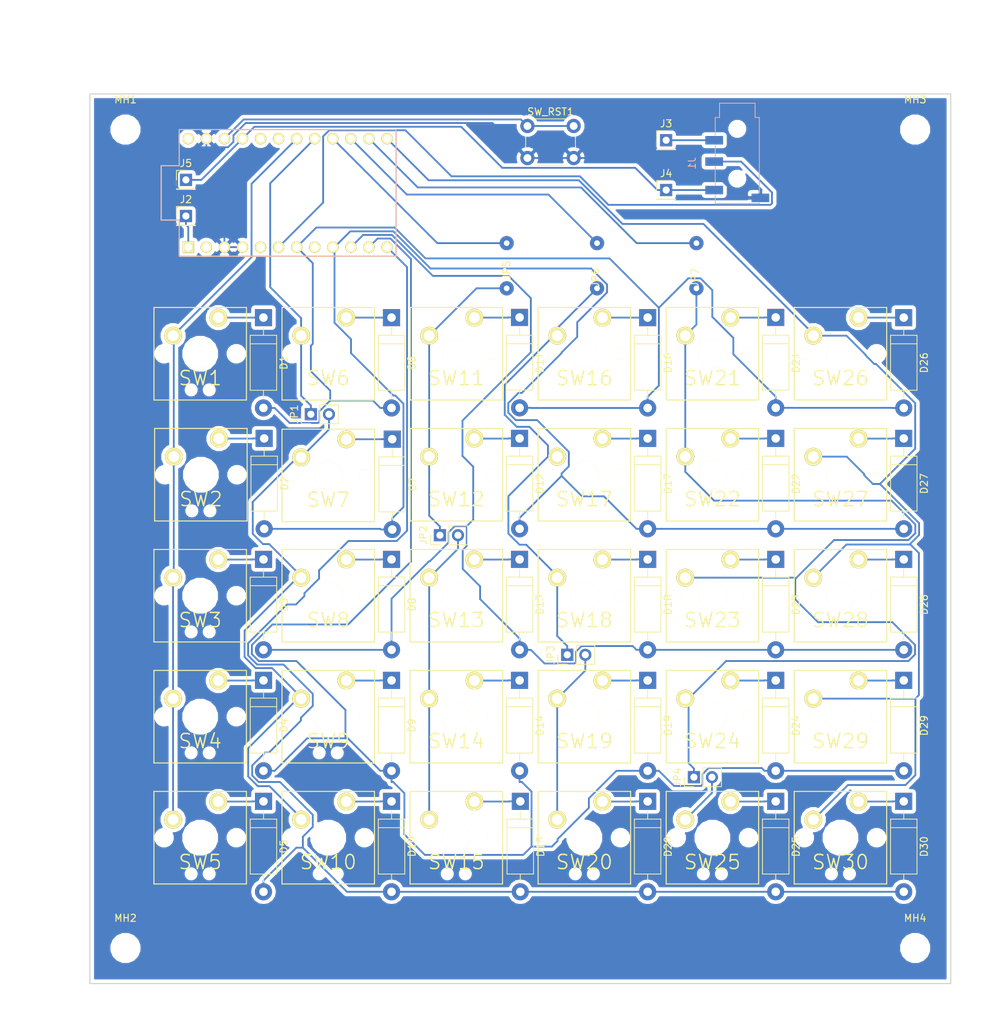
<source format=kicad_pcb>
(kicad_pcb (version 20171130) (host pcbnew "(5.0.0)")
  (layers (0 F.Cu signal) (31 B.Cu signal) (34 B.Paste user) (35 F.Paste user) (36 B.SilkS user) (37 F.SilkS user) (38 B.Mask user) (39 F.Mask user) (44 Edge.Cuts user))
  (net 0 "")
  (net 1 /row0)
  (net 2 "Net-(D1-Pad1)")
  (net 3 "Net-(D2-Pad1)")
  (net 4 /row1)
  (net 5 /row2)
  (net 6 "Net-(D3-Pad1)")
  (net 7 "Net-(D4-Pad1)")
  (net 8 /row3)
  (net 9 /row4)
  (net 10 "Net-(D5-Pad1)")
  (net 11 "Net-(D6-Pad1)")
  (net 12 "Net-(D7-Pad1)")
  (net 13 "Net-(D8-Pad1)")
  (net 14 "Net-(D9-Pad1)")
  (net 15 "Net-(D10-Pad1)")
  (net 16 "Net-(D11-Pad1)")
  (net 17 "Net-(D12-Pad1)")
  (net 18 "Net-(D13-Pad1)")
  (net 19 "Net-(D14-Pad1)")
  (net 20 "Net-(D15-Pad1)")
  (net 21 "Net-(D16-Pad1)")
  (net 22 "Net-(D17-Pad1)")
  (net 23 "Net-(D18-Pad1)")
  (net 24 "Net-(D19-Pad1)")
  (net 25 "Net-(D20-Pad1)")
  (net 26 "Net-(D21-Pad1)")
  (net 27 "Net-(D22-Pad1)")
  (net 28 "Net-(D23-Pad1)")
  (net 29 "Net-(D24-Pad1)")
  (net 30 "Net-(D25-Pad1)")
  (net 31 "Net-(D26-Pad1)")
  (net 32 "Net-(D27-Pad1)")
  (net 33 "Net-(D28-Pad1)")
  (net 34 "Net-(D29-Pad1)")
  (net 35 "Net-(D30-Pad1)")
  (net 36 /col0)
  (net 37 /col1)
  (net 38 /col2)
  (net 39 /col3)
  (net 40 /col4)
  (net 41 /col5)
  (net 42 "Net-(SW_RST1-Pad1)")
  (net 43 GND)
  (net 44 "Net-(U1-Pad2)")
  (net 45 "Net-(U1-Pad19)")
  (net 46 "Net-(U1-Pad20)")
  (net 47 VCC)
  (net 48 "Net-(U1-Pad24)")
  (net 49 "Net-(JP1-Pad2)")
  (net 50 "Net-(JP2-Pad2)")
  (net 51 "Net-(JP4-Pad2)")
  (net 52 "Net-(JP3-Pad2)")
  (net 53 /sda)
  (net 54 "Net-(JP2-Pad1)")
  (net 55 "Net-(JP3-Pad1)")
  (net 56 "Net-(JP4-Pad1)")
  (net 57 "Net-(J2-Pad1)")
  (net 58 "Net-(U1-Pad5)")
  (net 59 "Net-(J1-Pad3)")
  (net 60 "Net-(U1-Pad8)")
  (module Mounting_Holes:MountingHole_3.2mm_M3 (layer F.Cu) (at 55 45)
    (fp_text reference MH1 (at 0 -4.2) (layer F.SilkS))
    (fp_text value MountingHole)
    (pad 1 np_thru_hole circle (at 0 0) (size 3.2 3.2) (drill 3.2) (layers *.Cu *.Mask))
  )
  (module Mounting_Holes:MountingHole_3.2mm_M3 (layer F.Cu) (at 55 160)
    (fp_text reference MH2 (at 0 -4.2) (layer F.SilkS))
    (fp_text value MountingHole)
    (pad 1 np_thru_hole circle (at 0 0) (size 3.2 3.2) (drill 3.2) (layers *.Cu *.Mask))
  )
  (module Mounting_Holes:MountingHole_3.2mm_M3 (layer F.Cu) (at 166 160)
    (fp_text reference MH4 (at 0 -4.2) (layer F.SilkS))
    (fp_text value MountingHole)
    (pad 1 np_thru_hole circle (at 0 0) (size 3.2 3.2) (drill 3.2) (layers *.Cu *.Mask))
  )
  (module Mounting_Holes:MountingHole_3.2mm_M3 (layer F.Cu) (at 166 45)
    (fp_text reference MH3 (at 0 -4.2) (layer F.SilkS))
    (fp_text value MountingHole)
    (pad 1 np_thru_hole circle (at 0 0) (size 3.2 3.2) (drill 3.2) (layers *.Cu *.Mask))
  )
  (module Connectors:PJ320D_3.5mm_Jack (layer B.Cu) (at 141 49.675 270)
    (fp_text reference J1 (at 0.075 6.35 270) (layer B.SilkS) (effects (justify mirror)))
    (fp_text value Conn_01x04_Male)
    (pad 4 smd rect (at 4.925 -3.25 270) (size 1.2 2.5) (layers B.Cu B.Paste B.Mask) (net 43 GND))
    (pad 1 smd rect (at 3.825 3.25 270) (size 1.2 2.5) (layers B.Cu B.Paste B.Mask) (net 47 VCC))
    (pad 2 smd rect (at -0.175 3.25 270) (size 1.2 2.5) (layers B.Cu B.Paste B.Mask) (net 53 /sda))
    (pad 3 smd rect (at -3.175 3.25 270) (size 1.2 2.5) (layers B.Cu B.Paste B.Mask) (net 59 "Net-(J1-Pad3)"))
    (pad "" np_thru_hole circle (at -4.775 0 270) (size 1.5 1.5) (drill 1.5) (layers *.Cu *.Mask))
    (pad "" np_thru_hole circle (at 2.225 0 270) (size 1.5 1.5) (drill 1.5) (layers *.Cu *.Mask))
  )
  (module Pin_Headers:Pin_Header_Straight_1x01_Pitch2.54mm (layer F.Cu) (at 131 53.5)
    (fp_text reference J4 (at 0 -2.33) (layer F.SilkS))
    (fp_text value Conn_01x01_Male)
    (pad 1 thru_hole rect (at 0 0) (size 1.7 1.7) (drill 1) (layers *.Cu *.Mask) (net 47 VCC))
  )
  (module Pin_Headers:Pin_Header_Straight_1x01_Pitch2.54mm (layer F.Cu) (at 63.5 52.07)
    (fp_text reference J5 (at 0 -2.33) (layer F.SilkS))
    (fp_text value Conn_01x01_Male)
    (pad 1 thru_hole rect (at 0 0) (size 1.7 1.7) (drill 1) (layers *.Cu *.Mask) (net 47 VCC))
  )
  (module Pin_Headers:Pin_Header_Straight_1x01_Pitch2.54mm (layer F.Cu) (at 63.5 57.15)
    (fp_text reference J2 (at 0 -2.33) (layer F.SilkS))
    (fp_text value Conn_01x01_Male)
    (pad 1 thru_hole rect (at 0 0) (size 1.7 1.7) (drill 1) (layers *.Cu *.Mask) (net 57 "Net-(J2-Pad1)"))
  )
  (module Pin_Headers:Pin_Header_Straight_1x01_Pitch2.54mm (layer F.Cu) (at 131 46.5)
    (fp_text reference J3 (at 0 -2.33) (layer F.SilkS))
    (fp_text value Conn_01x01_Male)
    (pad 1 thru_hole rect (at 0 0) (size 1.7 1.7) (drill 1) (layers *.Cu *.Mask) (net 59 "Net-(J1-Pad3)"))
  )
  (module Wire_Connections_Bridges:WireConnection_0.80mmDrill (layer F.Cu) (at 135.255 60.96 270)
    (fp_text reference JP7 (at 4.8514 0.2032 270) (layer F.SilkS))
    (fp_text value Jumper_2_Bridged)
    (pad 1 thru_hole circle (at 0 0 270) (size 1.99898 1.99898) (drill 0.8001) (layers *.Cu *.Mask) (net 40 /col4))
    (pad 2 thru_hole circle (at 6.35 0 270) (size 1.99898 1.99898) (drill 0.8001) (layers *.Cu *.Mask) (net 56 "Net-(JP4-Pad1)"))
  )
  (module Wire_Connections_Bridges:WireConnection_0.80mmDrill (layer F.Cu) (at 121.285 60.96 270)
    (fp_text reference JP6 (at 4.8514 0.2032 270) (layer F.SilkS))
    (fp_text value Jumper_2_Bridged)
    (pad 2 thru_hole circle (at 6.35 0 270) (size 1.99898 1.99898) (drill 0.8001) (layers *.Cu *.Mask) (net 55 "Net-(JP3-Pad1)"))
    (pad 1 thru_hole circle (at 0 0 270) (size 1.99898 1.99898) (drill 0.8001) (layers *.Cu *.Mask) (net 39 /col3))
  )
  (module Wire_Connections_Bridges:WireConnection_0.80mmDrill (layer F.Cu) (at 108.585 60.96 270)
    (fp_text reference JP5 (at 3.81 0 270) (layer F.SilkS))
    (fp_text value Jumper_2_Bridged)
    (pad 2 thru_hole circle (at 6.35 0 270) (size 1.99898 1.99898) (drill 0.8001) (layers *.Cu *.Mask) (net 54 "Net-(JP2-Pad1)"))
    (pad 1 thru_hole circle (at 0 0 270) (size 1.99898 1.99898) (drill 0.8001) (layers *.Cu *.Mask) (net 38 /col2))
  )
  (module Pin_Headers:Pin_Header_Straight_1x02_Pitch2.54mm (layer F.Cu) (at 81.06 85 90)
    (fp_text reference JP1 (at 0 -2.33 90) (layer F.SilkS))
    (fp_text value Jumper_2_Bridged)
    (pad 1 thru_hole rect (at 0 0 90) (size 1.7 1.7) (drill 1) (layers *.Cu *.Mask) (net 37 /col1))
    (pad 2 thru_hole oval (at 0 2.54 90) (size 1.7 1.7) (drill 1) (layers *.Cu *.Mask) (net 49 "Net-(JP1-Pad2)"))
  )
  (module Pin_Headers:Pin_Header_Straight_1x02_Pitch2.54mm (layer F.Cu) (at 99.2 102 90)
    (fp_text reference JP2 (at 0 -2.33 90) (layer F.SilkS))
    (fp_text value Jumper_2_Bridged)
    (pad 2 thru_hole oval (at 0 2.54 90) (size 1.7 1.7) (drill 1) (layers *.Cu *.Mask) (net 50 "Net-(JP2-Pad2)"))
    (pad 1 thru_hole rect (at 0 0 90) (size 1.7 1.7) (drill 1) (layers *.Cu *.Mask) (net 54 "Net-(JP2-Pad1)"))
  )
  (module Pin_Headers:Pin_Header_Straight_1x02_Pitch2.54mm (layer F.Cu) (at 117.1 118.8 90)
    (fp_text reference JP3 (at 0 -2.33 90) (layer F.SilkS))
    (fp_text value Jumper_2_Bridged)
    (pad 1 thru_hole rect (at 0 0 90) (size 1.7 1.7) (drill 1) (layers *.Cu *.Mask) (net 55 "Net-(JP3-Pad1)"))
    (pad 2 thru_hole oval (at 0 2.54 90) (size 1.7 1.7) (drill 1) (layers *.Cu *.Mask) (net 52 "Net-(JP3-Pad2)"))
  )
  (module Pin_Headers:Pin_Header_Straight_1x02_Pitch2.54mm (layer F.Cu) (at 134.9 136 90)
    (fp_text reference JP4 (at 0 -2.33 90) (layer F.SilkS))
    (fp_text value Jumper_2_Bridged)
    (pad 2 thru_hole oval (at 0 2.54 90) (size 1.7 1.7) (drill 1) (layers *.Cu *.Mask) (net 51 "Net-(JP4-Pad2)"))
    (pad 1 thru_hole rect (at 0 0 90) (size 1.7 1.7) (drill 1) (layers *.Cu *.Mask) (net 56 "Net-(JP4-Pad1)"))
  )
  (module Diodes_THT:D_DO-15_P12.70mm_Horizontal (layer F.Cu) (at 74.395 71.42 270)
    (fp_text reference D1 (at 6.35 -2.86 270) (layer F.SilkS))
    (fp_text value DIODE)
    (pad 2 thru_hole oval (at 12.7 0 270) (size 2.4 2.4) (drill 1.2) (layers *.Cu *.Mask) (net 1 /row0))
    (pad 1 thru_hole rect (at 0 0 270) (size 2.4 2.4) (drill 1.2) (layers *.Cu *.Mask) (net 2 "Net-(D1-Pad1)"))
  )
  (module Diodes_THT:D_DO-15_P12.70mm_Horizontal (layer F.Cu) (at 74.5 88.4 270)
    (fp_text reference D2 (at 6.35 -2.86 270) (layer F.SilkS))
    (fp_text value DIODE)
    (pad 1 thru_hole rect (at 0 0 270) (size 2.4 2.4) (drill 1.2) (layers *.Cu *.Mask) (net 3 "Net-(D2-Pad1)"))
    (pad 2 thru_hole oval (at 12.7 0 270) (size 2.4 2.4) (drill 1.2) (layers *.Cu *.Mask) (net 4 /row1))
  )
  (module Diodes_THT:D_DO-15_P12.70mm_Horizontal (layer F.Cu) (at 74.4 105.4 270)
    (fp_text reference D3 (at 6.35 -2.86 270) (layer F.SilkS))
    (fp_text value DIODE)
    (pad 2 thru_hole oval (at 12.7 0 270) (size 2.4 2.4) (drill 1.2) (layers *.Cu *.Mask) (net 5 /row2))
    (pad 1 thru_hole rect (at 0 0 270) (size 2.4 2.4) (drill 1.2) (layers *.Cu *.Mask) (net 6 "Net-(D3-Pad1)"))
  )
  (module Diodes_THT:D_DO-15_P12.70mm_Horizontal (layer F.Cu) (at 74.4 122.4 270)
    (fp_text reference D4 (at 6.35 -2.86 270) (layer F.SilkS))
    (fp_text value DIODE)
    (pad 1 thru_hole rect (at 0 0 270) (size 2.4 2.4) (drill 1.2) (layers *.Cu *.Mask) (net 7 "Net-(D4-Pad1)"))
    (pad 2 thru_hole oval (at 12.7 0 270) (size 2.4 2.4) (drill 1.2) (layers *.Cu *.Mask) (net 8 /row3))
  )
  (module Diodes_THT:D_DO-15_P12.70mm_Horizontal (layer F.Cu) (at 74.4 139.4 270)
    (fp_text reference D5 (at 6.35 -2.86 270) (layer F.SilkS))
    (fp_text value DIODE)
    (pad 2 thru_hole oval (at 12.7 0 270) (size 2.4 2.4) (drill 1.2) (layers *.Cu *.Mask) (net 9 /row4))
    (pad 1 thru_hole rect (at 0 0 270) (size 2.4 2.4) (drill 1.2) (layers *.Cu *.Mask) (net 10 "Net-(D5-Pad1)"))
  )
  (module Diodes_THT:D_DO-15_P12.70mm_Horizontal (layer F.Cu) (at 92.4 71.42 270)
    (fp_text reference D6 (at 6.35 -2.86 270) (layer F.SilkS))
    (fp_text value DIODE)
    (pad 1 thru_hole rect (at 0 0 270) (size 2.4 2.4) (drill 1.2) (layers *.Cu *.Mask) (net 11 "Net-(D6-Pad1)"))
    (pad 2 thru_hole oval (at 12.7 0 270) (size 2.4 2.4) (drill 1.2) (layers *.Cu *.Mask) (net 1 /row0))
  )
  (module Diodes_THT:D_DO-15_P12.70mm_Horizontal (layer F.Cu) (at 92.5 88.5 270)
    (fp_text reference D7 (at 6.35 -2.86 270) (layer F.SilkS))
    (fp_text value DIODE)
    (pad 2 thru_hole oval (at 12.7 0 270) (size 2.4 2.4) (drill 1.2) (layers *.Cu *.Mask) (net 4 /row1))
    (pad 1 thru_hole rect (at 0 0 270) (size 2.4 2.4) (drill 1.2) (layers *.Cu *.Mask) (net 12 "Net-(D7-Pad1)"))
  )
  (module Diodes_THT:D_DO-15_P12.70mm_Horizontal (layer F.Cu) (at 92.4 105.4 270)
    (fp_text reference D8 (at 6.35 -2.86 270) (layer F.SilkS))
    (fp_text value DIODE)
    (pad 1 thru_hole rect (at 0 0 270) (size 2.4 2.4) (drill 1.2) (layers *.Cu *.Mask) (net 13 "Net-(D8-Pad1)"))
    (pad 2 thru_hole oval (at 12.7 0 270) (size 2.4 2.4) (drill 1.2) (layers *.Cu *.Mask) (net 5 /row2))
  )
  (module Diodes_THT:D_DO-15_P12.70mm_Horizontal (layer F.Cu) (at 92.4 122.4 270)
    (fp_text reference D9 (at 6.35 -2.86 270) (layer F.SilkS))
    (fp_text value DIODE)
    (pad 2 thru_hole oval (at 12.7 0 270) (size 2.4 2.4) (drill 1.2) (layers *.Cu *.Mask) (net 8 /row3))
    (pad 1 thru_hole rect (at 0 0 270) (size 2.4 2.4) (drill 1.2) (layers *.Cu *.Mask) (net 14 "Net-(D9-Pad1)"))
  )
  (module Diodes_THT:D_DO-15_P12.70mm_Horizontal (layer F.Cu) (at 92.4 139.4 270)
    (fp_text reference D10 (at 6.35 -2.86 270) (layer F.SilkS))
    (fp_text value DIODE)
    (pad 1 thru_hole rect (at 0 0 270) (size 2.4 2.4) (drill 1.2) (layers *.Cu *.Mask) (net 15 "Net-(D10-Pad1)"))
    (pad 2 thru_hole oval (at 12.7 0 270) (size 2.4 2.4) (drill 1.2) (layers *.Cu *.Mask) (net 9 /row4))
  )
  (module Diodes_THT:D_DO-15_P12.70mm_Horizontal (layer F.Cu) (at 110.4 71.4 270)
    (fp_text reference D11 (at 6.35 -2.86 270) (layer F.SilkS))
    (fp_text value DIODE)
    (pad 2 thru_hole oval (at 12.7 0 270) (size 2.4 2.4) (drill 1.2) (layers *.Cu *.Mask) (net 1 /row0))
    (pad 1 thru_hole rect (at 0 0 270) (size 2.4 2.4) (drill 1.2) (layers *.Cu *.Mask) (net 16 "Net-(D11-Pad1)"))
  )
  (module Diodes_THT:D_DO-15_P12.70mm_Horizontal (layer F.Cu) (at 110.4 88.4 270)
    (fp_text reference D12 (at 6.35 -2.86 270) (layer F.SilkS))
    (fp_text value DIODE)
    (pad 1 thru_hole rect (at 0 0 270) (size 2.4 2.4) (drill 1.2) (layers *.Cu *.Mask) (net 17 "Net-(D12-Pad1)"))
    (pad 2 thru_hole oval (at 12.7 0 270) (size 2.4 2.4) (drill 1.2) (layers *.Cu *.Mask) (net 4 /row1))
  )
  (module Diodes_THT:D_DO-15_P12.70mm_Horizontal (layer F.Cu) (at 110.4 105.4 270)
    (fp_text reference D13 (at 6.35 -2.86 270) (layer F.SilkS))
    (fp_text value DIODE)
    (pad 2 thru_hole oval (at 12.7 0 270) (size 2.4 2.4) (drill 1.2) (layers *.Cu *.Mask) (net 5 /row2))
    (pad 1 thru_hole rect (at 0 0 270) (size 2.4 2.4) (drill 1.2) (layers *.Cu *.Mask) (net 18 "Net-(D13-Pad1)"))
  )
  (module Diodes_THT:D_DO-15_P12.70mm_Horizontal (layer F.Cu) (at 110.4 122.4 270)
    (fp_text reference D14 (at 6.35 -2.86 270) (layer F.SilkS))
    (fp_text value DIODE)
    (pad 1 thru_hole rect (at 0 0 270) (size 2.4 2.4) (drill 1.2) (layers *.Cu *.Mask) (net 19 "Net-(D14-Pad1)"))
    (pad 2 thru_hole oval (at 12.7 0 270) (size 2.4 2.4) (drill 1.2) (layers *.Cu *.Mask) (net 8 /row3))
  )
  (module Diodes_THT:D_DO-15_P12.70mm_Horizontal (layer F.Cu) (at 110.5 139.4 270)
    (fp_text reference D15 (at 6.35 -2.86 270) (layer F.SilkS))
    (fp_text value DIODE)
    (pad 1 thru_hole rect (at 0 0 270) (size 2.4 2.4) (drill 1.2) (layers *.Cu *.Mask) (net 20 "Net-(D15-Pad1)"))
    (pad 2 thru_hole oval (at 12.7 0 270) (size 2.4 2.4) (drill 1.2) (layers *.Cu *.Mask) (net 9 /row4))
  )
  (module Diodes_THT:D_DO-15_P12.70mm_Horizontal (layer F.Cu) (at 128.4 71.42 270)
    (fp_text reference D16 (at 6.35 -2.86 270) (layer F.SilkS))
    (fp_text value DIODE)
    (pad 2 thru_hole oval (at 12.7 0 270) (size 2.4 2.4) (drill 1.2) (layers *.Cu *.Mask) (net 1 /row0))
    (pad 1 thru_hole rect (at 0 0 270) (size 2.4 2.4) (drill 1.2) (layers *.Cu *.Mask) (net 21 "Net-(D16-Pad1)"))
  )
  (module Diodes_THT:D_DO-15_P12.70mm_Horizontal (layer F.Cu) (at 128.4 88.4 270)
    (fp_text reference D17 (at 6.35 -2.86 270) (layer F.SilkS))
    (fp_text value DIODE)
    (pad 1 thru_hole rect (at 0 0 270) (size 2.4 2.4) (drill 1.2) (layers *.Cu *.Mask) (net 22 "Net-(D17-Pad1)"))
    (pad 2 thru_hole oval (at 12.7 0 270) (size 2.4 2.4) (drill 1.2) (layers *.Cu *.Mask) (net 4 /row1))
  )
  (module Diodes_THT:D_DO-15_P12.70mm_Horizontal (layer F.Cu) (at 128.4 105.4 270)
    (fp_text reference D18 (at 6.35 -2.86 270) (layer F.SilkS))
    (fp_text value DIODE)
    (pad 2 thru_hole oval (at 12.7 0 270) (size 2.4 2.4) (drill 1.2) (layers *.Cu *.Mask) (net 5 /row2))
    (pad 1 thru_hole rect (at 0 0 270) (size 2.4 2.4) (drill 1.2) (layers *.Cu *.Mask) (net 23 "Net-(D18-Pad1)"))
  )
  (module Diodes_THT:D_DO-15_P12.70mm_Horizontal (layer F.Cu) (at 128.4 122.4 270)
    (fp_text reference D19 (at 6.35 -2.86 270) (layer F.SilkS))
    (fp_text value DIODE)
    (pad 1 thru_hole rect (at 0 0 270) (size 2.4 2.4) (drill 1.2) (layers *.Cu *.Mask) (net 24 "Net-(D19-Pad1)"))
    (pad 2 thru_hole oval (at 12.7 0 270) (size 2.4 2.4) (drill 1.2) (layers *.Cu *.Mask) (net 8 /row3))
  )
  (module Diodes_THT:D_DO-15_P12.70mm_Horizontal (layer F.Cu) (at 128.4 139.4 270)
    (fp_text reference D20 (at 6.35 -2.86 270) (layer F.SilkS))
    (fp_text value DIODE)
    (pad 1 thru_hole rect (at 0 0 270) (size 2.4 2.4) (drill 1.2) (layers *.Cu *.Mask) (net 25 "Net-(D20-Pad1)"))
    (pad 2 thru_hole oval (at 12.7 0 270) (size 2.4 2.4) (drill 1.2) (layers *.Cu *.Mask) (net 9 /row4))
  )
  (module Diodes_THT:D_DO-15_P12.70mm_Horizontal (layer F.Cu) (at 146.4 71.4 270)
    (fp_text reference D21 (at 6.35 -2.86 270) (layer F.SilkS))
    (fp_text value DIODE)
    (pad 1 thru_hole rect (at 0 0 270) (size 2.4 2.4) (drill 1.2) (layers *.Cu *.Mask) (net 26 "Net-(D21-Pad1)"))
    (pad 2 thru_hole oval (at 12.7 0 270) (size 2.4 2.4) (drill 1.2) (layers *.Cu *.Mask) (net 1 /row0))
  )
  (module Diodes_THT:D_DO-15_P12.70mm_Horizontal (layer F.Cu) (at 146.4 88.4 270)
    (fp_text reference D22 (at 6.35 -2.86 270) (layer F.SilkS))
    (fp_text value DIODE)
    (pad 2 thru_hole oval (at 12.7 0 270) (size 2.4 2.4) (drill 1.2) (layers *.Cu *.Mask) (net 4 /row1))
    (pad 1 thru_hole rect (at 0 0 270) (size 2.4 2.4) (drill 1.2) (layers *.Cu *.Mask) (net 27 "Net-(D22-Pad1)"))
  )
  (module Diodes_THT:D_DO-15_P12.70mm_Horizontal (layer F.Cu) (at 146.4 105.4 270)
    (fp_text reference D23 (at 6.35 -2.86 270) (layer F.SilkS))
    (fp_text value DIODE)
    (pad 1 thru_hole rect (at 0 0 270) (size 2.4 2.4) (drill 1.2) (layers *.Cu *.Mask) (net 28 "Net-(D23-Pad1)"))
    (pad 2 thru_hole oval (at 12.7 0 270) (size 2.4 2.4) (drill 1.2) (layers *.Cu *.Mask) (net 5 /row2))
  )
  (module Diodes_THT:D_DO-15_P12.70mm_Horizontal (layer F.Cu) (at 146.4 122.4 270)
    (fp_text reference D24 (at 6.35 -2.86 270) (layer F.SilkS))
    (fp_text value DIODE)
    (pad 2 thru_hole oval (at 12.7 0 270) (size 2.4 2.4) (drill 1.2) (layers *.Cu *.Mask) (net 8 /row3))
    (pad 1 thru_hole rect (at 0 0 270) (size 2.4 2.4) (drill 1.2) (layers *.Cu *.Mask) (net 29 "Net-(D24-Pad1)"))
  )
  (module Diodes_THT:D_DO-15_P12.70mm_Horizontal (layer F.Cu) (at 146.4 139.4 270)
    (fp_text reference D25 (at 6.35 -2.86 270) (layer F.SilkS))
    (fp_text value DIODE)
    (pad 2 thru_hole oval (at 12.7 0 270) (size 2.4 2.4) (drill 1.2) (layers *.Cu *.Mask) (net 9 /row4))
    (pad 1 thru_hole rect (at 0 0 270) (size 2.4 2.4) (drill 1.2) (layers *.Cu *.Mask) (net 30 "Net-(D25-Pad1)"))
  )
  (module Diodes_THT:D_DO-15_P12.70mm_Horizontal (layer F.Cu) (at 164.4 71.42 270)
    (fp_text reference D26 (at 6.35 -2.86 270) (layer F.SilkS))
    (fp_text value DIODE)
    (pad 2 thru_hole oval (at 12.7 0 270) (size 2.4 2.4) (drill 1.2) (layers *.Cu *.Mask) (net 1 /row0))
    (pad 1 thru_hole rect (at 0 0 270) (size 2.4 2.4) (drill 1.2) (layers *.Cu *.Mask) (net 31 "Net-(D26-Pad1)"))
  )
  (module Diodes_THT:D_DO-15_P12.70mm_Horizontal (layer F.Cu) (at 164.4 88.4 270)
    (fp_text reference D27 (at 6.35 -2.86 270) (layer F.SilkS))
    (fp_text value DIODE)
    (pad 1 thru_hole rect (at 0 0 270) (size 2.4 2.4) (drill 1.2) (layers *.Cu *.Mask) (net 32 "Net-(D27-Pad1)"))
    (pad 2 thru_hole oval (at 12.7 0 270) (size 2.4 2.4) (drill 1.2) (layers *.Cu *.Mask) (net 4 /row1))
  )
  (module Diodes_THT:D_DO-15_P12.70mm_Horizontal (layer F.Cu) (at 164.4 105.4 270)
    (fp_text reference D28 (at 6.35 -2.86 270) (layer F.SilkS))
    (fp_text value DIODE)
    (pad 2 thru_hole oval (at 12.7 0 270) (size 2.4 2.4) (drill 1.2) (layers *.Cu *.Mask) (net 5 /row2))
    (pad 1 thru_hole rect (at 0 0 270) (size 2.4 2.4) (drill 1.2) (layers *.Cu *.Mask) (net 33 "Net-(D28-Pad1)"))
  )
  (module Diodes_THT:D_DO-15_P12.70mm_Horizontal (layer F.Cu) (at 164.4 122.4 270)
    (fp_text reference D29 (at 6.35 -2.86 270) (layer F.SilkS))
    (fp_text value DIODE)
    (pad 1 thru_hole rect (at 0 0 270) (size 2.4 2.4) (drill 1.2) (layers *.Cu *.Mask) (net 34 "Net-(D29-Pad1)"))
    (pad 2 thru_hole oval (at 12.7 0 270) (size 2.4 2.4) (drill 1.2) (layers *.Cu *.Mask) (net 8 /row3))
  )
  (module Diodes_THT:D_DO-15_P12.70mm_Horizontal (layer F.Cu) (at 164.4 139.4 270)
    (fp_text reference D30 (at 6.35 -2.86 270) (layer F.SilkS))
    (fp_text value DIODE)
    (pad 2 thru_hole oval (at 12.7 0 270) (size 2.4 2.4) (drill 1.2) (layers *.Cu *.Mask) (net 9 /row4))
    (pad 1 thru_hole rect (at 0 0 270) (size 2.4 2.4) (drill 1.2) (layers *.Cu *.Mask) (net 35 "Net-(D30-Pad1)"))
  )
  (module footprint:switch (layer F.Cu) (at 65.505 76.5)
    (fp_text reference SW1 (at 0 3.429) (layer F.SilkS) (effects (font (size 2 2) (thickness 0.2))))
    (fp_text value SW_Push hide)
    (pad "" np_thru_hole circle (at -1.27 5.08) (size 0.8 0.8) (drill 0.8) (layers *.Cu *.Mask F.SilkS))
    (pad "" np_thru_hole circle (at 1.27 5.08) (size 0.8 0.8) (drill 0.8) (layers *.Cu *.Mask F.SilkS))
    (pad "" np_thru_hole circle (at -5.08 0) (size 1.71 1.71) (drill 1.71) (layers *.Cu *.Mask F.SilkS))
    (pad 1 thru_hole circle (at -3.81 -2.54) (size 2.5 2.5) (drill 1.5) (layers *.Cu *.Mask F.SilkS) (net 36 /col0))
    (pad "" np_thru_hole circle (at 0 0) (size 4 4) (drill 4) (layers *.Cu *.Mask F.SilkS))
    (pad 2 thru_hole circle (at 2.54 -5.08) (size 2.5 2.5) (drill 1.5) (layers *.Cu *.Mask F.SilkS) (net 2 "Net-(D1-Pad1)"))
    (pad "" np_thru_hole circle (at 5.08 0) (size 1.71 1.71) (drill 1.71) (layers *.Cu *.Mask F.SilkS))
  )
  (module footprint:switch (layer F.Cu) (at 65.6 93.5)
    (fp_text reference SW2 (at 0 3.429) (layer F.SilkS) (effects (font (size 2 2) (thickness 0.2))))
    (fp_text value SW_Push hide)
    (pad "" np_thru_hole circle (at -1.27 5.08) (size 0.8 0.8) (drill 0.8) (layers *.Cu *.Mask F.SilkS))
    (pad "" np_thru_hole circle (at 1.27 5.08) (size 0.8 0.8) (drill 0.8) (layers *.Cu *.Mask F.SilkS))
    (pad "" np_thru_hole circle (at -5.08 0) (size 1.71 1.71) (drill 1.71) (layers *.Cu *.Mask F.SilkS))
    (pad 1 thru_hole circle (at -3.81 -2.54) (size 2.5 2.5) (drill 1.5) (layers *.Cu *.Mask F.SilkS) (net 36 /col0))
    (pad "" np_thru_hole circle (at 0 0) (size 4 4) (drill 4) (layers *.Cu *.Mask F.SilkS))
    (pad 2 thru_hole circle (at 2.54 -5.08) (size 2.5 2.5) (drill 1.5) (layers *.Cu *.Mask F.SilkS) (net 3 "Net-(D2-Pad1)"))
    (pad "" np_thru_hole circle (at 5.08 0) (size 1.71 1.71) (drill 1.71) (layers *.Cu *.Mask F.SilkS))
  )
  (module footprint:switch (layer F.Cu) (at 65.5 110.5)
    (fp_text reference SW3 (at 0 3.429) (layer F.SilkS) (effects (font (size 2 2) (thickness 0.2))))
    (fp_text value SW_Push hide)
    (pad "" np_thru_hole circle (at -1.27 5.08) (size 0.8 0.8) (drill 0.8) (layers *.Cu *.Mask F.SilkS))
    (pad "" np_thru_hole circle (at 1.27 5.08) (size 0.8 0.8) (drill 0.8) (layers *.Cu *.Mask F.SilkS))
    (pad "" np_thru_hole circle (at -5.08 0) (size 1.71 1.71) (drill 1.71) (layers *.Cu *.Mask F.SilkS))
    (pad 1 thru_hole circle (at -3.81 -2.54) (size 2.5 2.5) (drill 1.5) (layers *.Cu *.Mask F.SilkS) (net 36 /col0))
    (pad "" np_thru_hole circle (at 0 0) (size 4 4) (drill 4) (layers *.Cu *.Mask F.SilkS))
    (pad 2 thru_hole circle (at 2.54 -5.08) (size 2.5 2.5) (drill 1.5) (layers *.Cu *.Mask F.SilkS) (net 6 "Net-(D3-Pad1)"))
    (pad "" np_thru_hole circle (at 5.08 0) (size 1.71 1.71) (drill 1.71) (layers *.Cu *.Mask F.SilkS))
  )
  (module footprint:switch (layer F.Cu) (at 65.5 127.5)
    (fp_text reference SW4 (at 0 3.429) (layer F.SilkS) (effects (font (size 2 2) (thickness 0.2))))
    (fp_text value SW_Push hide)
    (pad "" np_thru_hole circle (at -1.27 5.08) (size 0.8 0.8) (drill 0.8) (layers *.Cu *.Mask F.SilkS))
    (pad "" np_thru_hole circle (at 1.27 5.08) (size 0.8 0.8) (drill 0.8) (layers *.Cu *.Mask F.SilkS))
    (pad "" np_thru_hole circle (at -5.08 0) (size 1.71 1.71) (drill 1.71) (layers *.Cu *.Mask F.SilkS))
    (pad 1 thru_hole circle (at -3.81 -2.54) (size 2.5 2.5) (drill 1.5) (layers *.Cu *.Mask F.SilkS) (net 36 /col0))
    (pad "" np_thru_hole circle (at 0 0) (size 4 4) (drill 4) (layers *.Cu *.Mask F.SilkS))
    (pad 2 thru_hole circle (at 2.54 -5.08) (size 2.5 2.5) (drill 1.5) (layers *.Cu *.Mask F.SilkS) (net 7 "Net-(D4-Pad1)"))
    (pad "" np_thru_hole circle (at 5.08 0) (size 1.71 1.71) (drill 1.71) (layers *.Cu *.Mask F.SilkS))
  )
  (module footprint:switch (layer F.Cu) (at 65.5 144.5)
    (fp_text reference SW5 (at 0 3.429) (layer F.SilkS) (effects (font (size 2 2) (thickness 0.2))))
    (fp_text value SW_Push hide)
    (pad "" np_thru_hole circle (at 5.08 0) (size 1.71 1.71) (drill 1.71) (layers *.Cu *.Mask F.SilkS))
    (pad 2 thru_hole circle (at 2.54 -5.08) (size 2.5 2.5) (drill 1.5) (layers *.Cu *.Mask F.SilkS) (net 10 "Net-(D5-Pad1)"))
    (pad "" np_thru_hole circle (at 0 0) (size 4 4) (drill 4) (layers *.Cu *.Mask F.SilkS))
    (pad 1 thru_hole circle (at -3.81 -2.54) (size 2.5 2.5) (drill 1.5) (layers *.Cu *.Mask F.SilkS) (net 36 /col0))
    (pad "" np_thru_hole circle (at -5.08 0) (size 1.71 1.71) (drill 1.71) (layers *.Cu *.Mask F.SilkS))
    (pad "" np_thru_hole circle (at 1.27 5.08) (size 0.8 0.8) (drill 0.8) (layers *.Cu *.Mask F.SilkS))
    (pad "" np_thru_hole circle (at -1.27 5.08) (size 0.8 0.8) (drill 0.8) (layers *.Cu *.Mask F.SilkS))
  )
  (module footprint:switch (layer F.Cu) (at 83.5 76.5)
    (fp_text reference SW6 (at 0 3.429) (layer F.SilkS) (effects (font (size 2 2) (thickness 0.2))))
    (fp_text value SW_Push hide)
    (pad "" np_thru_hole circle (at 5.08 0) (size 1.71 1.71) (drill 1.71) (layers *.Cu *.Mask F.SilkS))
    (pad 2 thru_hole circle (at 2.54 -5.08) (size 2.5 2.5) (drill 1.5) (layers *.Cu *.Mask F.SilkS) (net 11 "Net-(D6-Pad1)"))
    (pad "" np_thru_hole circle (at 0 0) (size 4 4) (drill 4) (layers *.Cu *.Mask F.SilkS))
    (pad 1 thru_hole circle (at -3.81 -2.54) (size 2.5 2.5) (drill 1.5) (layers *.Cu *.Mask F.SilkS) (net 37 /col1))
    (pad "" np_thru_hole circle (at -5.08 0) (size 1.71 1.71) (drill 1.71) (layers *.Cu *.Mask F.SilkS))
    (pad "" np_thru_hole circle (at 1.27 5.08) (size 0.8 0.8) (drill 0.8) (layers *.Cu *.Mask F.SilkS))
    (pad "" np_thru_hole circle (at -1.27 5.08) (size 0.8 0.8) (drill 0.8) (layers *.Cu *.Mask F.SilkS))
  )
  (module footprint:switch (layer F.Cu) (at 83.5 93.6)
    (fp_text reference SW7 (at 0 3.429) (layer F.SilkS) (effects (font (size 2 2) (thickness 0.2))))
    (fp_text value SW_Push hide)
    (pad "" np_thru_hole circle (at 5.08 0) (size 1.71 1.71) (drill 1.71) (layers *.Cu *.Mask F.SilkS))
    (pad 2 thru_hole circle (at 2.54 -5.08) (size 2.5 2.5) (drill 1.5) (layers *.Cu *.Mask F.SilkS) (net 12 "Net-(D7-Pad1)"))
    (pad "" np_thru_hole circle (at 0 0) (size 4 4) (drill 4) (layers *.Cu *.Mask F.SilkS))
    (pad 1 thru_hole circle (at -3.81 -2.54) (size 2.5 2.5) (drill 1.5) (layers *.Cu *.Mask F.SilkS) (net 49 "Net-(JP1-Pad2)"))
    (pad "" np_thru_hole circle (at -5.08 0) (size 1.71 1.71) (drill 1.71) (layers *.Cu *.Mask F.SilkS))
    (pad "" np_thru_hole circle (at 1.27 5.08) (size 0.8 0.8) (drill 0.8) (layers *.Cu *.Mask F.SilkS))
    (pad "" np_thru_hole circle (at -1.27 5.08) (size 0.8 0.8) (drill 0.8) (layers *.Cu *.Mask F.SilkS))
  )
  (module footprint:switch (layer F.Cu) (at 83.5 110.5)
    (fp_text reference SW8 (at 0 3.429) (layer F.SilkS) (effects (font (size 2 2) (thickness 0.2))))
    (fp_text value SW_Push hide)
    (pad "" np_thru_hole circle (at 5.08 0) (size 1.71 1.71) (drill 1.71) (layers *.Cu *.Mask F.SilkS))
    (pad 2 thru_hole circle (at 2.54 -5.08) (size 2.5 2.5) (drill 1.5) (layers *.Cu *.Mask F.SilkS) (net 13 "Net-(D8-Pad1)"))
    (pad "" np_thru_hole circle (at 0 0) (size 4 4) (drill 4) (layers *.Cu *.Mask F.SilkS))
    (pad 1 thru_hole circle (at -3.81 -2.54) (size 2.5 2.5) (drill 1.5) (layers *.Cu *.Mask F.SilkS) (net 49 "Net-(JP1-Pad2)"))
    (pad "" np_thru_hole circle (at -5.08 0) (size 1.71 1.71) (drill 1.71) (layers *.Cu *.Mask F.SilkS))
    (pad "" np_thru_hole circle (at 1.27 5.08) (size 0.8 0.8) (drill 0.8) (layers *.Cu *.Mask F.SilkS))
    (pad "" np_thru_hole circle (at -1.27 5.08) (size 0.8 0.8) (drill 0.8) (layers *.Cu *.Mask F.SilkS))
  )
  (module footprint:switch (layer F.Cu) (at 83.5 127.5)
    (fp_text reference SW9 (at 0 3.429) (layer F.SilkS) (effects (font (size 2 2) (thickness 0.2))))
    (fp_text value SW_Push hide)
    (pad "" np_thru_hole circle (at -1.27 5.08) (size 0.8 0.8) (drill 0.8) (layers *.Cu *.Mask F.SilkS))
    (pad "" np_thru_hole circle (at 1.27 5.08) (size 0.8 0.8) (drill 0.8) (layers *.Cu *.Mask F.SilkS))
    (pad "" np_thru_hole circle (at -5.08 0) (size 1.71 1.71) (drill 1.71) (layers *.Cu *.Mask F.SilkS))
    (pad 1 thru_hole circle (at -3.81 -2.54) (size 2.5 2.5) (drill 1.5) (layers *.Cu *.Mask F.SilkS) (net 49 "Net-(JP1-Pad2)"))
    (pad "" np_thru_hole circle (at 0 0) (size 4 4) (drill 4) (layers *.Cu *.Mask F.SilkS))
    (pad 2 thru_hole circle (at 2.54 -5.08) (size 2.5 2.5) (drill 1.5) (layers *.Cu *.Mask F.SilkS) (net 14 "Net-(D9-Pad1)"))
    (pad "" np_thru_hole circle (at 5.08 0) (size 1.71 1.71) (drill 1.71) (layers *.Cu *.Mask F.SilkS))
  )
  (module footprint:switch (layer F.Cu) (at 83.5 144.5)
    (fp_text reference SW10 (at 0 3.429) (layer F.SilkS) (effects (font (size 2 2) (thickness 0.2))))
    (fp_text value SW_Push hide)
    (pad "" np_thru_hole circle (at -1.27 5.08) (size 0.8 0.8) (drill 0.8) (layers *.Cu *.Mask F.SilkS))
    (pad "" np_thru_hole circle (at 1.27 5.08) (size 0.8 0.8) (drill 0.8) (layers *.Cu *.Mask F.SilkS))
    (pad "" np_thru_hole circle (at -5.08 0) (size 1.71 1.71) (drill 1.71) (layers *.Cu *.Mask F.SilkS))
    (pad 1 thru_hole circle (at -3.81 -2.54) (size 2.5 2.5) (drill 1.5) (layers *.Cu *.Mask F.SilkS) (net 49 "Net-(JP1-Pad2)"))
    (pad "" np_thru_hole circle (at 0 0) (size 4 4) (drill 4) (layers *.Cu *.Mask F.SilkS))
    (pad 2 thru_hole circle (at 2.54 -5.08) (size 2.5 2.5) (drill 1.5) (layers *.Cu *.Mask F.SilkS) (net 15 "Net-(D10-Pad1)"))
    (pad "" np_thru_hole circle (at 5.08 0) (size 1.71 1.71) (drill 1.71) (layers *.Cu *.Mask F.SilkS))
  )
  (module footprint:switch (layer F.Cu) (at 101.5 76.5)
    (fp_text reference SW11 (at 0 3.429) (layer F.SilkS) (effects (font (size 2 2) (thickness 0.2))))
    (fp_text value SW_Push hide)
    (pad "" np_thru_hole circle (at -1.27 5.08) (size 0.8 0.8) (drill 0.8) (layers *.Cu *.Mask F.SilkS))
    (pad "" np_thru_hole circle (at 1.27 5.08) (size 0.8 0.8) (drill 0.8) (layers *.Cu *.Mask F.SilkS))
    (pad "" np_thru_hole circle (at -5.08 0) (size 1.71 1.71) (drill 1.71) (layers *.Cu *.Mask F.SilkS))
    (pad 1 thru_hole circle (at -3.81 -2.54) (size 2.5 2.5) (drill 1.5) (layers *.Cu *.Mask F.SilkS) (net 54 "Net-(JP2-Pad1)"))
    (pad "" np_thru_hole circle (at 0 0) (size 4 4) (drill 4) (layers *.Cu *.Mask F.SilkS))
    (pad 2 thru_hole circle (at 2.54 -5.08) (size 2.5 2.5) (drill 1.5) (layers *.Cu *.Mask F.SilkS) (net 16 "Net-(D11-Pad1)"))
    (pad "" np_thru_hole circle (at 5.08 0) (size 1.71 1.71) (drill 1.71) (layers *.Cu *.Mask F.SilkS))
  )
  (module footprint:switch (layer F.Cu) (at 101.5 93.5)
    (fp_text reference SW12 (at 0 3.429) (layer F.SilkS) (effects (font (size 2 2) (thickness 0.2))))
    (fp_text value SW_Push hide)
    (pad "" np_thru_hole circle (at -1.27 5.08) (size 0.8 0.8) (drill 0.8) (layers *.Cu *.Mask F.SilkS))
    (pad "" np_thru_hole circle (at 1.27 5.08) (size 0.8 0.8) (drill 0.8) (layers *.Cu *.Mask F.SilkS))
    (pad "" np_thru_hole circle (at -5.08 0) (size 1.71 1.71) (drill 1.71) (layers *.Cu *.Mask F.SilkS))
    (pad 1 thru_hole circle (at -3.81 -2.54) (size 2.5 2.5) (drill 1.5) (layers *.Cu *.Mask F.SilkS) (net 54 "Net-(JP2-Pad1)"))
    (pad "" np_thru_hole circle (at 0 0) (size 4 4) (drill 4) (layers *.Cu *.Mask F.SilkS))
    (pad 2 thru_hole circle (at 2.54 -5.08) (size 2.5 2.5) (drill 1.5) (layers *.Cu *.Mask F.SilkS) (net 17 "Net-(D12-Pad1)"))
    (pad "" np_thru_hole circle (at 5.08 0) (size 1.71 1.71) (drill 1.71) (layers *.Cu *.Mask F.SilkS))
  )
  (module footprint:switch (layer F.Cu) (at 101.5 110.5)
    (fp_text reference SW13 (at 0 3.429) (layer F.SilkS) (effects (font (size 2 2) (thickness 0.2))))
    (fp_text value SW_Push hide)
    (pad "" np_thru_hole circle (at 5.08 0) (size 1.71 1.71) (drill 1.71) (layers *.Cu *.Mask F.SilkS))
    (pad 2 thru_hole circle (at 2.54 -5.08) (size 2.5 2.5) (drill 1.5) (layers *.Cu *.Mask F.SilkS) (net 18 "Net-(D13-Pad1)"))
    (pad "" np_thru_hole circle (at 0 0) (size 4 4) (drill 4) (layers *.Cu *.Mask F.SilkS))
    (pad 1 thru_hole circle (at -3.81 -2.54) (size 2.5 2.5) (drill 1.5) (layers *.Cu *.Mask F.SilkS) (net 50 "Net-(JP2-Pad2)"))
    (pad "" np_thru_hole circle (at -5.08 0) (size 1.71 1.71) (drill 1.71) (layers *.Cu *.Mask F.SilkS))
    (pad "" np_thru_hole circle (at 1.27 5.08) (size 0.8 0.8) (drill 0.8) (layers *.Cu *.Mask F.SilkS))
    (pad "" np_thru_hole circle (at -1.27 5.08) (size 0.8 0.8) (drill 0.8) (layers *.Cu *.Mask F.SilkS))
  )
  (module footprint:switch (layer F.Cu) (at 101.5 127.5)
    (fp_text reference SW14 (at 0 3.429) (layer F.SilkS) (effects (font (size 2 2) (thickness 0.2))))
    (fp_text value SW_Push hide)
    (pad "" np_thru_hole circle (at 5.08 0) (size 1.71 1.71) (drill 1.71) (layers *.Cu *.Mask F.SilkS))
    (pad 2 thru_hole circle (at 2.54 -5.08) (size 2.5 2.5) (drill 1.5) (layers *.Cu *.Mask F.SilkS) (net 19 "Net-(D14-Pad1)"))
    (pad "" np_thru_hole circle (at 0 0) (size 4 4) (drill 4) (layers *.Cu *.Mask F.SilkS))
    (pad 1 thru_hole circle (at -3.81 -2.54) (size 2.5 2.5) (drill 1.5) (layers *.Cu *.Mask F.SilkS) (net 50 "Net-(JP2-Pad2)"))
    (pad "" np_thru_hole circle (at -5.08 0) (size 1.71 1.71) (drill 1.71) (layers *.Cu *.Mask F.SilkS))
    (pad "" np_thru_hole circle (at 1.27 5.08) (size 0.8 0.8) (drill 0.8) (layers *.Cu *.Mask F.SilkS))
    (pad "" np_thru_hole circle (at -1.27 5.08) (size 0.8 0.8) (drill 0.8) (layers *.Cu *.Mask F.SilkS))
  )
  (module footprint:switch (layer F.Cu) (at 101.5 144.5)
    (fp_text reference SW15 (at 0 3.429) (layer F.SilkS) (effects (font (size 2 2) (thickness 0.2))))
    (fp_text value SW_Push hide)
    (pad "" np_thru_hole circle (at 5.08 0) (size 1.71 1.71) (drill 1.71) (layers *.Cu *.Mask F.SilkS))
    (pad 2 thru_hole circle (at 2.54 -5.08) (size 2.5 2.5) (drill 1.5) (layers *.Cu *.Mask F.SilkS) (net 20 "Net-(D15-Pad1)"))
    (pad "" np_thru_hole circle (at 0 0) (size 4 4) (drill 4) (layers *.Cu *.Mask F.SilkS))
    (pad 1 thru_hole circle (at -3.81 -2.54) (size 2.5 2.5) (drill 1.5) (layers *.Cu *.Mask F.SilkS) (net 50 "Net-(JP2-Pad2)"))
    (pad "" np_thru_hole circle (at -5.08 0) (size 1.71 1.71) (drill 1.71) (layers *.Cu *.Mask F.SilkS))
    (pad "" np_thru_hole circle (at 1.27 5.08) (size 0.8 0.8) (drill 0.8) (layers *.Cu *.Mask F.SilkS))
    (pad "" np_thru_hole circle (at -1.27 5.08) (size 0.8 0.8) (drill 0.8) (layers *.Cu *.Mask F.SilkS))
  )
  (module footprint:switch (layer F.Cu) (at 119.5 76.5)
    (fp_text reference SW16 (at 0 3.429) (layer F.SilkS) (effects (font (size 2 2) (thickness 0.2))))
    (fp_text value SW_Push hide)
    (pad "" np_thru_hole circle (at -1.27 5.08) (size 0.8 0.8) (drill 0.8) (layers *.Cu *.Mask F.SilkS))
    (pad "" np_thru_hole circle (at 1.27 5.08) (size 0.8 0.8) (drill 0.8) (layers *.Cu *.Mask F.SilkS))
    (pad "" np_thru_hole circle (at -5.08 0) (size 1.71 1.71) (drill 1.71) (layers *.Cu *.Mask F.SilkS))
    (pad 1 thru_hole circle (at -3.81 -2.54) (size 2.5 2.5) (drill 1.5) (layers *.Cu *.Mask F.SilkS) (net 55 "Net-(JP3-Pad1)"))
    (pad "" np_thru_hole circle (at 0 0) (size 4 4) (drill 4) (layers *.Cu *.Mask F.SilkS))
    (pad 2 thru_hole circle (at 2.54 -5.08) (size 2.5 2.5) (drill 1.5) (layers *.Cu *.Mask F.SilkS) (net 21 "Net-(D16-Pad1)"))
    (pad "" np_thru_hole circle (at 5.08 0) (size 1.71 1.71) (drill 1.71) (layers *.Cu *.Mask F.SilkS))
  )
  (module footprint:switch (layer F.Cu) (at 119.5 93.5)
    (fp_text reference SW17 (at 0 3.429) (layer F.SilkS) (effects (font (size 2 2) (thickness 0.2))))
    (fp_text value SW_Push hide)
    (pad "" np_thru_hole circle (at -1.27 5.08) (size 0.8 0.8) (drill 0.8) (layers *.Cu *.Mask F.SilkS))
    (pad "" np_thru_hole circle (at 1.27 5.08) (size 0.8 0.8) (drill 0.8) (layers *.Cu *.Mask F.SilkS))
    (pad "" np_thru_hole circle (at -5.08 0) (size 1.71 1.71) (drill 1.71) (layers *.Cu *.Mask F.SilkS))
    (pad 1 thru_hole circle (at -3.81 -2.54) (size 2.5 2.5) (drill 1.5) (layers *.Cu *.Mask F.SilkS) (net 55 "Net-(JP3-Pad1)"))
    (pad "" np_thru_hole circle (at 0 0) (size 4 4) (drill 4) (layers *.Cu *.Mask F.SilkS))
    (pad 2 thru_hole circle (at 2.54 -5.08) (size 2.5 2.5) (drill 1.5) (layers *.Cu *.Mask F.SilkS) (net 22 "Net-(D17-Pad1)"))
    (pad "" np_thru_hole circle (at 5.08 0) (size 1.71 1.71) (drill 1.71) (layers *.Cu *.Mask F.SilkS))
  )
  (module footprint:switch (layer F.Cu) (at 119.5 110.5)
    (fp_text reference SW18 (at 0 3.429) (layer F.SilkS) (effects (font (size 2 2) (thickness 0.2))))
    (fp_text value SW_Push hide)
    (pad "" np_thru_hole circle (at 5.08 0) (size 1.71 1.71) (drill 1.71) (layers *.Cu *.Mask F.SilkS))
    (pad 2 thru_hole circle (at 2.54 -5.08) (size 2.5 2.5) (drill 1.5) (layers *.Cu *.Mask F.SilkS) (net 23 "Net-(D18-Pad1)"))
    (pad "" np_thru_hole circle (at 0 0) (size 4 4) (drill 4) (layers *.Cu *.Mask F.SilkS))
    (pad 1 thru_hole circle (at -3.81 -2.54) (size 2.5 2.5) (drill 1.5) (layers *.Cu *.Mask F.SilkS) (net 55 "Net-(JP3-Pad1)"))
    (pad "" np_thru_hole circle (at -5.08 0) (size 1.71 1.71) (drill 1.71) (layers *.Cu *.Mask F.SilkS))
    (pad "" np_thru_hole circle (at 1.27 5.08) (size 0.8 0.8) (drill 0.8) (layers *.Cu *.Mask F.SilkS))
    (pad "" np_thru_hole circle (at -1.27 5.08) (size 0.8 0.8) (drill 0.8) (layers *.Cu *.Mask F.SilkS))
  )
  (module footprint:switch (layer F.Cu) (at 119.5 127.5)
    (fp_text reference SW19 (at 0 3.429) (layer F.SilkS) (effects (font (size 2 2) (thickness 0.2))))
    (fp_text value SW_Push hide)
    (pad "" np_thru_hole circle (at -1.27 5.08) (size 0.8 0.8) (drill 0.8) (layers *.Cu *.Mask F.SilkS))
    (pad "" np_thru_hole circle (at 1.27 5.08) (size 0.8 0.8) (drill 0.8) (layers *.Cu *.Mask F.SilkS))
    (pad "" np_thru_hole circle (at -5.08 0) (size 1.71 1.71) (drill 1.71) (layers *.Cu *.Mask F.SilkS))
    (pad 1 thru_hole circle (at -3.81 -2.54) (size 2.5 2.5) (drill 1.5) (layers *.Cu *.Mask F.SilkS) (net 52 "Net-(JP3-Pad2)"))
    (pad "" np_thru_hole circle (at 0 0) (size 4 4) (drill 4) (layers *.Cu *.Mask F.SilkS))
    (pad 2 thru_hole circle (at 2.54 -5.08) (size 2.5 2.5) (drill 1.5) (layers *.Cu *.Mask F.SilkS) (net 24 "Net-(D19-Pad1)"))
    (pad "" np_thru_hole circle (at 5.08 0) (size 1.71 1.71) (drill 1.71) (layers *.Cu *.Mask F.SilkS))
  )
  (module footprint:switch (layer F.Cu) (at 119.5 144.5)
    (fp_text reference SW20 (at 0 3.429) (layer F.SilkS) (effects (font (size 2 2) (thickness 0.2))))
    (fp_text value SW_Push hide)
    (pad "" np_thru_hole circle (at 5.08 0) (size 1.71 1.71) (drill 1.71) (layers *.Cu *.Mask F.SilkS))
    (pad 2 thru_hole circle (at 2.54 -5.08) (size 2.5 2.5) (drill 1.5) (layers *.Cu *.Mask F.SilkS) (net 25 "Net-(D20-Pad1)"))
    (pad "" np_thru_hole circle (at 0 0) (size 4 4) (drill 4) (layers *.Cu *.Mask F.SilkS))
    (pad 1 thru_hole circle (at -3.81 -2.54) (size 2.5 2.5) (drill 1.5) (layers *.Cu *.Mask F.SilkS) (net 52 "Net-(JP3-Pad2)"))
    (pad "" np_thru_hole circle (at -5.08 0) (size 1.71 1.71) (drill 1.71) (layers *.Cu *.Mask F.SilkS))
    (pad "" np_thru_hole circle (at 1.27 5.08) (size 0.8 0.8) (drill 0.8) (layers *.Cu *.Mask F.SilkS))
    (pad "" np_thru_hole circle (at -1.27 5.08) (size 0.8 0.8) (drill 0.8) (layers *.Cu *.Mask F.SilkS))
  )
  (module footprint:switch (layer F.Cu) (at 137.5 76.5)
    (fp_text reference SW21 (at 0 3.429) (layer F.SilkS) (effects (font (size 2 2) (thickness 0.2))))
    (fp_text value SW_Push hide)
    (pad "" np_thru_hole circle (at 5.08 0) (size 1.71 1.71) (drill 1.71) (layers *.Cu *.Mask F.SilkS))
    (pad 2 thru_hole circle (at 2.54 -5.08) (size 2.5 2.5) (drill 1.5) (layers *.Cu *.Mask F.SilkS) (net 26 "Net-(D21-Pad1)"))
    (pad "" np_thru_hole circle (at 0 0) (size 4 4) (drill 4) (layers *.Cu *.Mask F.SilkS))
    (pad 1 thru_hole circle (at -3.81 -2.54) (size 2.5 2.5) (drill 1.5) (layers *.Cu *.Mask F.SilkS) (net 56 "Net-(JP4-Pad1)"))
    (pad "" np_thru_hole circle (at -5.08 0) (size 1.71 1.71) (drill 1.71) (layers *.Cu *.Mask F.SilkS))
    (pad "" np_thru_hole circle (at 1.27 5.08) (size 0.8 0.8) (drill 0.8) (layers *.Cu *.Mask F.SilkS))
    (pad "" np_thru_hole circle (at -1.27 5.08) (size 0.8 0.8) (drill 0.8) (layers *.Cu *.Mask F.SilkS))
  )
  (module footprint:switch (layer F.Cu) (at 137.5 93.5)
    (fp_text reference SW22 (at 0 3.429) (layer F.SilkS) (effects (font (size 2 2) (thickness 0.2))))
    (fp_text value SW_Push hide)
    (pad "" np_thru_hole circle (at -1.27 5.08) (size 0.8 0.8) (drill 0.8) (layers *.Cu *.Mask F.SilkS))
    (pad "" np_thru_hole circle (at 1.27 5.08) (size 0.8 0.8) (drill 0.8) (layers *.Cu *.Mask F.SilkS))
    (pad "" np_thru_hole circle (at -5.08 0) (size 1.71 1.71) (drill 1.71) (layers *.Cu *.Mask F.SilkS))
    (pad 1 thru_hole circle (at -3.81 -2.54) (size 2.5 2.5) (drill 1.5) (layers *.Cu *.Mask F.SilkS) (net 56 "Net-(JP4-Pad1)"))
    (pad "" np_thru_hole circle (at 0 0) (size 4 4) (drill 4) (layers *.Cu *.Mask F.SilkS))
    (pad 2 thru_hole circle (at 2.54 -5.08) (size 2.5 2.5) (drill 1.5) (layers *.Cu *.Mask F.SilkS) (net 27 "Net-(D22-Pad1)"))
    (pad "" np_thru_hole circle (at 5.08 0) (size 1.71 1.71) (drill 1.71) (layers *.Cu *.Mask F.SilkS))
  )
  (module footprint:switch (layer F.Cu) (at 137.5 110.5)
    (fp_text reference SW23 (at 0 3.429) (layer F.SilkS) (effects (font (size 2 2) (thickness 0.2))))
    (fp_text value SW_Push hide)
    (pad "" np_thru_hole circle (at 5.08 0) (size 1.71 1.71) (drill 1.71) (layers *.Cu *.Mask F.SilkS))
    (pad 2 thru_hole circle (at 2.54 -5.08) (size 2.5 2.5) (drill 1.5) (layers *.Cu *.Mask F.SilkS) (net 28 "Net-(D23-Pad1)"))
    (pad "" np_thru_hole circle (at 0 0) (size 4 4) (drill 4) (layers *.Cu *.Mask F.SilkS))
    (pad 1 thru_hole circle (at -3.81 -2.54) (size 2.5 2.5) (drill 1.5) (layers *.Cu *.Mask F.SilkS) (net 56 "Net-(JP4-Pad1)"))
    (pad "" np_thru_hole circle (at -5.08 0) (size 1.71 1.71) (drill 1.71) (layers *.Cu *.Mask F.SilkS))
    (pad "" np_thru_hole circle (at 1.27 5.08) (size 0.8 0.8) (drill 0.8) (layers *.Cu *.Mask F.SilkS))
    (pad "" np_thru_hole circle (at -1.27 5.08) (size 0.8 0.8) (drill 0.8) (layers *.Cu *.Mask F.SilkS))
  )
  (module footprint:switch (layer F.Cu) (at 137.5 127.5)
    (fp_text reference SW24 (at 0 3.429) (layer F.SilkS) (effects (font (size 2 2) (thickness 0.2))))
    (fp_text value SW_Push hide)
    (pad "" np_thru_hole circle (at -1.27 5.08) (size 0.8 0.8) (drill 0.8) (layers *.Cu *.Mask F.SilkS))
    (pad "" np_thru_hole circle (at 1.27 5.08) (size 0.8 0.8) (drill 0.8) (layers *.Cu *.Mask F.SilkS))
    (pad "" np_thru_hole circle (at -5.08 0) (size 1.71 1.71) (drill 1.71) (layers *.Cu *.Mask F.SilkS))
    (pad 1 thru_hole circle (at -3.81 -2.54) (size 2.5 2.5) (drill 1.5) (layers *.Cu *.Mask F.SilkS) (net 56 "Net-(JP4-Pad1)"))
    (pad "" np_thru_hole circle (at 0 0) (size 4 4) (drill 4) (layers *.Cu *.Mask F.SilkS))
    (pad 2 thru_hole circle (at 2.54 -5.08) (size 2.5 2.5) (drill 1.5) (layers *.Cu *.Mask F.SilkS) (net 29 "Net-(D24-Pad1)"))
    (pad "" np_thru_hole circle (at 5.08 0) (size 1.71 1.71) (drill 1.71) (layers *.Cu *.Mask F.SilkS))
  )
  (module footprint:switch (layer F.Cu) (at 137.5 144.5)
    (fp_text reference SW25 (at 0 3.429) (layer F.SilkS) (effects (font (size 2 2) (thickness 0.2))))
    (fp_text value SW_Push hide)
    (pad "" np_thru_hole circle (at 5.08 0) (size 1.71 1.71) (drill 1.71) (layers *.Cu *.Mask F.SilkS))
    (pad 2 thru_hole circle (at 2.54 -5.08) (size 2.5 2.5) (drill 1.5) (layers *.Cu *.Mask F.SilkS) (net 30 "Net-(D25-Pad1)"))
    (pad "" np_thru_hole circle (at 0 0) (size 4 4) (drill 4) (layers *.Cu *.Mask F.SilkS))
    (pad 1 thru_hole circle (at -3.81 -2.54) (size 2.5 2.5) (drill 1.5) (layers *.Cu *.Mask F.SilkS) (net 51 "Net-(JP4-Pad2)"))
    (pad "" np_thru_hole circle (at -5.08 0) (size 1.71 1.71) (drill 1.71) (layers *.Cu *.Mask F.SilkS))
    (pad "" np_thru_hole circle (at 1.27 5.08) (size 0.8 0.8) (drill 0.8) (layers *.Cu *.Mask F.SilkS))
    (pad "" np_thru_hole circle (at -1.27 5.08) (size 0.8 0.8) (drill 0.8) (layers *.Cu *.Mask F.SilkS))
  )
  (module footprint:switch (layer F.Cu) (at 155.5 76.5)
    (fp_text reference SW26 (at 0 3.429) (layer F.SilkS) (effects (font (size 2 2) (thickness 0.2))))
    (fp_text value SW_Push hide)
    (pad "" np_thru_hole circle (at 5.08 0) (size 1.71 1.71) (drill 1.71) (layers *.Cu *.Mask F.SilkS))
    (pad 2 thru_hole circle (at 2.54 -5.08) (size 2.5 2.5) (drill 1.5) (layers *.Cu *.Mask F.SilkS) (net 31 "Net-(D26-Pad1)"))
    (pad "" np_thru_hole circle (at 0 0) (size 4 4) (drill 4) (layers *.Cu *.Mask F.SilkS))
    (pad 1 thru_hole circle (at -3.81 -2.54) (size 2.5 2.5) (drill 1.5) (layers *.Cu *.Mask F.SilkS) (net 41 /col5))
    (pad "" np_thru_hole circle (at -5.08 0) (size 1.71 1.71) (drill 1.71) (layers *.Cu *.Mask F.SilkS))
    (pad "" np_thru_hole circle (at 1.27 5.08) (size 0.8 0.8) (drill 0.8) (layers *.Cu *.Mask F.SilkS))
    (pad "" np_thru_hole circle (at -1.27 5.08) (size 0.8 0.8) (drill 0.8) (layers *.Cu *.Mask F.SilkS))
  )
  (module footprint:switch (layer F.Cu) (at 155.5 93.5)
    (fp_text reference SW27 (at 0 3.429) (layer F.SilkS) (effects (font (size 2 2) (thickness 0.2))))
    (fp_text value SW_Push hide)
    (pad "" np_thru_hole circle (at -1.27 5.08) (size 0.8 0.8) (drill 0.8) (layers *.Cu *.Mask F.SilkS))
    (pad "" np_thru_hole circle (at 1.27 5.08) (size 0.8 0.8) (drill 0.8) (layers *.Cu *.Mask F.SilkS))
    (pad "" np_thru_hole circle (at -5.08 0) (size 1.71 1.71) (drill 1.71) (layers *.Cu *.Mask F.SilkS))
    (pad 1 thru_hole circle (at -3.81 -2.54) (size 2.5 2.5) (drill 1.5) (layers *.Cu *.Mask F.SilkS) (net 41 /col5))
    (pad "" np_thru_hole circle (at 0 0) (size 4 4) (drill 4) (layers *.Cu *.Mask F.SilkS))
    (pad 2 thru_hole circle (at 2.54 -5.08) (size 2.5 2.5) (drill 1.5) (layers *.Cu *.Mask F.SilkS) (net 32 "Net-(D27-Pad1)"))
    (pad "" np_thru_hole circle (at 5.08 0) (size 1.71 1.71) (drill 1.71) (layers *.Cu *.Mask F.SilkS))
  )
  (module footprint:switch (layer F.Cu) (at 155.5 110.5)
    (fp_text reference SW28 (at 0 3.429) (layer F.SilkS) (effects (font (size 2 2) (thickness 0.2))))
    (fp_text value SW_Push hide)
    (pad "" np_thru_hole circle (at -1.27 5.08) (size 0.8 0.8) (drill 0.8) (layers *.Cu *.Mask F.SilkS))
    (pad "" np_thru_hole circle (at 1.27 5.08) (size 0.8 0.8) (drill 0.8) (layers *.Cu *.Mask F.SilkS))
    (pad "" np_thru_hole circle (at -5.08 0) (size 1.71 1.71) (drill 1.71) (layers *.Cu *.Mask F.SilkS))
    (pad 1 thru_hole circle (at -3.81 -2.54) (size 2.5 2.5) (drill 1.5) (layers *.Cu *.Mask F.SilkS) (net 41 /col5))
    (pad "" np_thru_hole circle (at 0 0) (size 4 4) (drill 4) (layers *.Cu *.Mask F.SilkS))
    (pad 2 thru_hole circle (at 2.54 -5.08) (size 2.5 2.5) (drill 1.5) (layers *.Cu *.Mask F.SilkS) (net 33 "Net-(D28-Pad1)"))
    (pad "" np_thru_hole circle (at 5.08 0) (size 1.71 1.71) (drill 1.71) (layers *.Cu *.Mask F.SilkS))
  )
  (module footprint:switch (layer F.Cu) (at 155.5 127.5)
    (fp_text reference SW29 (at 0 3.429) (layer F.SilkS) (effects (font (size 2 2) (thickness 0.2))))
    (fp_text value SW_Push hide)
    (pad "" np_thru_hole circle (at 5.08 0) (size 1.71 1.71) (drill 1.71) (layers *.Cu *.Mask F.SilkS))
    (pad 2 thru_hole circle (at 2.54 -5.08) (size 2.5 2.5) (drill 1.5) (layers *.Cu *.Mask F.SilkS) (net 34 "Net-(D29-Pad1)"))
    (pad "" np_thru_hole circle (at 0 0) (size 4 4) (drill 4) (layers *.Cu *.Mask F.SilkS))
    (pad 1 thru_hole circle (at -3.81 -2.54) (size 2.5 2.5) (drill 1.5) (layers *.Cu *.Mask F.SilkS) (net 41 /col5))
    (pad "" np_thru_hole circle (at -5.08 0) (size 1.71 1.71) (drill 1.71) (layers *.Cu *.Mask F.SilkS))
    (pad "" np_thru_hole circle (at 1.27 5.08) (size 0.8 0.8) (drill 0.8) (layers *.Cu *.Mask F.SilkS))
    (pad "" np_thru_hole circle (at -1.27 5.08) (size 0.8 0.8) (drill 0.8) (layers *.Cu *.Mask F.SilkS))
  )
  (module footprint:switch (layer F.Cu) (at 155.5 144.5)
    (fp_text reference SW30 (at 0 3.429) (layer F.SilkS) (effects (font (size 2 2) (thickness 0.2))))
    (fp_text value SW_Push hide)
    (pad "" np_thru_hole circle (at 5.08 0) (size 1.71 1.71) (drill 1.71) (layers *.Cu *.Mask F.SilkS))
    (pad 2 thru_hole circle (at 2.54 -5.08) (size 2.5 2.5) (drill 1.5) (layers *.Cu *.Mask F.SilkS) (net 35 "Net-(D30-Pad1)"))
    (pad "" np_thru_hole circle (at 0 0) (size 4 4) (drill 4) (layers *.Cu *.Mask F.SilkS))
    (pad 1 thru_hole circle (at -3.81 -2.54) (size 2.5 2.5) (drill 1.5) (layers *.Cu *.Mask F.SilkS) (net 41 /col5))
    (pad "" np_thru_hole circle (at -5.08 0) (size 1.71 1.71) (drill 1.71) (layers *.Cu *.Mask F.SilkS))
    (pad "" np_thru_hole circle (at 1.27 5.08) (size 0.8 0.8) (drill 0.8) (layers *.Cu *.Mask F.SilkS))
    (pad "" np_thru_hole circle (at -1.27 5.08) (size 0.8 0.8) (drill 0.8) (layers *.Cu *.Mask F.SilkS))
  )
  (module Buttons_Switches_THT:SW_PUSH_6mm (layer F.Cu) (at 111.5 44.5)
    (fp_text reference SW_RST1 (at 3.25 -2) (layer F.SilkS))
    (fp_text value SW_Push)
    (pad 1 thru_hole circle (at 6.5 0 90) (size 2 2) (drill 1.1) (layers *.Cu *.Mask) (net 42 "Net-(SW_RST1-Pad1)"))
    (pad 2 thru_hole circle (at 6.5 4.5 90) (size 2 2) (drill 1.1) (layers *.Cu *.Mask) (net 43 GND))
    (pad 1 thru_hole circle (at 0 0 90) (size 2 2) (drill 1.1) (layers *.Cu *.Mask) (net 42 "Net-(SW_RST1-Pad1)"))
    (pad 2 thru_hole circle (at 0 4.5 90) (size 2 2) (drill 1.1) (layers *.Cu *.Mask) (net 43 GND))
  )
  (module promicro:ProMicro (layer F.Cu) (at 77.8 53.9)
    (fp_text reference U1 hide)
    (fp_text value ProMicro)
    (pad 1 thru_hole rect (at -13.97 7.62) (size 1.6 1.6) (drill 1.1) (layers *.Cu *.Mask F.SilkS) (net 57 "Net-(J2-Pad1)"))
    (pad 2 thru_hole circle (at -11.43 7.62) (size 1.6 1.6) (drill 1.1) (layers *.Cu *.Mask F.SilkS) (net 44 "Net-(U1-Pad2)"))
    (pad 3 thru_hole circle (at -8.89 7.62) (size 1.6 1.6) (drill 1.1) (layers *.Cu *.Mask F.SilkS) (net 43 GND))
    (pad 4 thru_hole circle (at -6.35 7.62) (size 1.6 1.6) (drill 1.1) (layers *.Cu *.Mask F.SilkS) (net 43 GND))
    (pad 5 thru_hole circle (at -3.81 7.62) (size 1.6 1.6) (drill 1.1) (layers *.Cu *.Mask F.SilkS) (net 58 "Net-(U1-Pad5)"))
    (pad 6 thru_hole circle (at -1.27 7.62) (size 1.6 1.6) (drill 1.1) (layers *.Cu *.Mask F.SilkS) (net 53 /sda))
    (pad 7 thru_hole circle (at 1.27 7.62) (size 1.6 1.6) (drill 1.1) (layers *.Cu *.Mask F.SilkS) (net 1 /row0))
    (pad 8 thru_hole circle (at 3.81 7.62) (size 1.6 1.6) (drill 1.1) (layers *.Cu *.Mask F.SilkS) (net 60 "Net-(U1-Pad8)"))
    (pad 9 thru_hole circle (at 6.35 7.62) (size 1.6 1.6) (drill 1.1) (layers *.Cu *.Mask F.SilkS) (net 4 /row1))
    (pad 10 thru_hole circle (at 8.89 7.62) (size 1.6 1.6) (drill 1.1) (layers *.Cu *.Mask F.SilkS) (net 5 /row2))
    (pad 11 thru_hole circle (at 11.43 7.62) (size 1.6 1.6) (drill 1.1) (layers *.Cu *.Mask F.SilkS) (net 8 /row3))
    (pad 12 thru_hole circle (at 13.97 7.62) (size 1.6 1.6) (drill 1.1) (layers *.Cu *.Mask F.SilkS) (net 9 /row4))
    (pad 13 thru_hole circle (at 13.97 -7.62) (size 1.6 1.6) (drill 1.1) (layers *.Cu *.Mask F.SilkS) (net 41 /col5))
    (pad 14 thru_hole circle (at 11.43 -7.62) (size 1.6 1.6) (drill 1.1) (layers *.Cu *.Mask F.SilkS) (net 40 /col4))
    (pad 15 thru_hole circle (at 8.89 -7.62) (size 1.6 1.6) (drill 1.1) (layers *.Cu *.Mask F.SilkS) (net 39 /col3))
    (pad 16 thru_hole circle (at 6.35 -7.62) (size 1.6 1.6) (drill 1.1) (layers *.Cu *.Mask F.SilkS) (net 38 /col2))
    (pad 17 thru_hole circle (at 3.81 -7.62) (size 1.6 1.6) (drill 1.1) (layers *.Cu *.Mask F.SilkS) (net 37 /col1))
    (pad 18 thru_hole circle (at 1.27 -7.62) (size 1.6 1.6) (drill 1.1) (layers *.Cu *.Mask F.SilkS) (net 36 /col0))
    (pad 19 thru_hole circle (at -1.27 -7.62) (size 1.6 1.6) (drill 1.1) (layers *.Cu *.Mask F.SilkS) (net 45 "Net-(U1-Pad19)"))
    (pad 20 thru_hole circle (at -3.81 -7.62) (size 1.6 1.6) (drill 1.1) (layers *.Cu *.Mask F.SilkS) (net 46 "Net-(U1-Pad20)"))
    (pad 21 thru_hole circle (at -6.35 -7.62) (size 1.6 1.6) (drill 1.1) (layers *.Cu *.Mask F.SilkS) (net 47 VCC))
    (pad 22 thru_hole circle (at -8.89 -7.62) (size 1.6 1.6) (drill 1.1) (layers *.Cu *.Mask F.SilkS) (net 42 "Net-(SW_RST1-Pad1)"))
    (pad 23 thru_hole circle (at -11.43 -7.62) (size 1.6 1.6) (drill 1.1) (layers *.Cu *.Mask F.SilkS) (net 43 GND))
    (pad 24 thru_hole circle (at -13.97 -7.62) (size 1.6 1.6) (drill 1.1) (layers *.Cu *.Mask F.SilkS) (net 48 "Net-(U1-Pad24)"))
  )
  (gr_line (start 50 40) (end 171 40) (layer Edge.Cuts) (width 0.15))
  (gr_line (start 171 165) (end 50 165) (layer Edge.Cuts) (width 0.15))
  (gr_line (start 50 40) (end 50 165) (layer Edge.Cuts) (width 0.15))
  (gr_line (start 171 165) (end 171 40) (layer Edge.Cuts) (width 0.15))
  (segment (start 146.4 84.1) (end 146.4 82.5247) (width 0.25) (layer B.Cu) (net 1))
  (segment (start 129.9754 70.0459) (end 129.9754 80.9693) (width 0.25) (layer B.Cu) (net 1))
  (segment (start 129.9754 80.9693) (end 128.4 82.5447) (width 0.25) (layer B.Cu) (net 1))
  (segment (start 79.07 61.52) (end 81.824 58.766) (width 0.25) (layer B.Cu) (net 1))
  (segment (start 81.824 58.766) (end 92.8276 58.766) (width 0.25) (layer B.Cu) (net 1))
  (segment (start 92.8276 58.766) (end 97.1675 63.1059) (width 0.25) (layer B.Cu) (net 1))
  (segment (start 97.1675 63.1059) (end 123.0354 63.1059) (width 0.25) (layer B.Cu) (net 1))
  (segment (start 123.0354 63.1059) (end 129.9754 70.0459) (width 0.25) (layer B.Cu) (net 1))
  (segment (start 146.4 82.5247) (end 140.446 76.5707) (width 0.25) (layer B.Cu) (net 1))
  (segment (start 140.446 76.5707) (end 140.446 74.2797) (width 0.25) (layer B.Cu) (net 1))
  (segment (start 140.446 74.2797) (end 137.4909 71.3246) (width 0.25) (layer B.Cu) (net 1))
  (segment (start 137.4909 71.3246) (end 137.4909 67.5713) (width 0.25) (layer B.Cu) (net 1))
  (segment (start 137.4909 67.5713) (end 135.8217 65.9021) (width 0.25) (layer B.Cu) (net 1))
  (segment (start 135.8217 65.9021) (end 134.1192 65.9021) (width 0.25) (layer B.Cu) (net 1))
  (segment (start 134.1192 65.9021) (end 129.9754 70.0459) (width 0.25) (layer B.Cu) (net 1))
  (segment (start 162.8247 84.12) (end 162.8047 84.1) (width 0.25) (layer B.Cu) (net 1))
  (segment (start 162.8047 84.1) (end 146.4 84.1) (width 0.25) (layer B.Cu) (net 1))
  (segment (start 128.4 84.12) (end 128.4 82.5447) (width 0.25) (layer B.Cu) (net 1))
  (segment (start 79.07 61.52) (end 81.3264 63.7764) (width 0.25) (layer B.Cu) (net 1))
  (segment (start 81.3264 63.7764) (end 81.3264 75.1119) (width 0.25) (layer B.Cu) (net 1))
  (segment (start 81.3264 75.1119) (end 81.0622 75.3761) (width 0.25) (layer B.Cu) (net 1))
  (segment (start 81.0622 75.3761) (end 81.0622 78.9687) (width 0.25) (layer B.Cu) (net 1))
  (segment (start 81.0622 78.9687) (end 83.7821 81.6886) (width 0.25) (layer B.Cu) (net 1))
  (segment (start 83.7821 81.6886) (end 83.7821 83.065) (width 0.25) (layer B.Cu) (net 1))
  (segment (start 83.7821 83.065) (end 82.2854 84.5617) (width 0.25) (layer B.Cu) (net 1))
  (segment (start 82.2854 84.5617) (end 82.2854 86.0175) (width 0.25) (layer B.Cu) (net 1))
  (segment (start 82.2854 86.0175) (end 82.0775 86.2254) (width 0.25) (layer B.Cu) (net 1))
  (segment (start 82.0775 86.2254) (end 78.0757 86.2254) (width 0.25) (layer B.Cu) (net 1))
  (segment (start 78.0757 86.2254) (end 75.9703 84.12) (width 0.25) (layer B.Cu) (net 1))
  (segment (start 90.8247 84.12) (end 89.7697 83.065) (width 0.25) (layer B.Cu) (net 1))
  (segment (start 89.7697 83.065) (end 83.7821 83.065) (width 0.25) (layer B.Cu) (net 1))
  (segment (start 92.4 84.12) (end 90.8247 84.12) (width 0.25) (layer B.Cu) (net 1))
  (segment (start 74.395 84.12) (end 75.9703 84.12) (width 0.25) (layer B.Cu) (net 1))
  (segment (start 164.4 84.12) (end 162.8247 84.12) (width 0.25) (layer B.Cu) (net 1))
  (segment (start 110.4 84.1) (end 111.9753 84.1) (width 0.25) (layer B.Cu) (net 1))
  (segment (start 128.4 84.12) (end 111.9953 84.12) (width 0.25) (layer B.Cu) (net 1))
  (segment (start 111.9953 84.12) (end 111.9753 84.1) (width 0.25) (layer B.Cu) (net 1))
  (segment (start 68.045 71.42) (end 74.395 71.42) (width 0.25) (layer B.Cu) (net 2))
  (segment (start 74.5 88.4) (end 72.9247 88.4) (width 0.25) (layer B.Cu) (net 3))
  (segment (start 68.14 88.42) (end 72.9047 88.42) (width 0.25) (layer B.Cu) (net 3))
  (segment (start 72.9047 88.42) (end 72.9247 88.4) (width 0.25) (layer B.Cu) (net 3))
  (segment (start 146.4 101.1) (end 128.4 101.1) (width 0.25) (layer B.Cu) (net 4))
  (segment (start 164.4 101.1) (end 146.4 101.1) (width 0.25) (layer B.Cu) (net 4))
  (segment (start 128.4 101.1) (end 126.8247 101.1) (width 0.25) (layer B.Cu) (net 4))
  (segment (start 116.3043 93.6635) (end 119.1772 96.5364) (width 0.25) (layer B.Cu) (net 4))
  (segment (start 119.1772 96.5364) (end 122.2611 96.5364) (width 0.25) (layer B.Cu) (net 4))
  (segment (start 122.2611 96.5364) (end 126.8247 101.1) (width 0.25) (layer B.Cu) (net 4))
  (segment (start 84.381 61.52) (end 86.5943 59.3067) (width 0.25) (layer B.Cu) (net 4))
  (segment (start 86.5943 59.3067) (end 92.6607 59.3067) (width 0.25) (layer B.Cu) (net 4))
  (segment (start 92.6607 59.3067) (end 97.8776 64.5236) (width 0.25) (layer B.Cu) (net 4))
  (segment (start 97.8776 64.5236) (end 120.4477 64.5236) (width 0.25) (layer B.Cu) (net 4))
  (segment (start 120.4477 64.5236) (end 122.6893 66.7652) (width 0.25) (layer B.Cu) (net 4))
  (segment (start 122.6893 66.7652) (end 122.6893 67.8911) (width 0.25) (layer B.Cu) (net 4))
  (segment (start 122.6893 67.8911) (end 118.501 72.0794) (width 0.25) (layer B.Cu) (net 4))
  (segment (start 118.501 72.0794) (end 118.501 74.1251) (width 0.25) (layer B.Cu) (net 4))
  (segment (start 118.501 74.1251) (end 116.3104 76.3157) (width 0.25) (layer B.Cu) (net 4))
  (segment (start 116.3104 76.3157) (end 116.3104 76.4042) (width 0.25) (layer B.Cu) (net 4))
  (segment (start 116.3104 76.4042) (end 110.7097 82.0049) (width 0.25) (layer B.Cu) (net 4))
  (segment (start 110.7097 82.0049) (end 110.2383 82.0049) (width 0.25) (layer B.Cu) (net 4))
  (segment (start 110.2383 82.0049) (end 108.8104 83.4328) (width 0.25) (layer B.Cu) (net 4))
  (segment (start 108.8104 83.4328) (end 108.8104 84.7794) (width 0.25) (layer B.Cu) (net 4))
  (segment (start 108.8104 84.7794) (end 109.8572 85.8262) (width 0.25) (layer B.Cu) (net 4))
  (segment (start 109.8572 85.8262) (end 112.8663 85.8262) (width 0.25) (layer B.Cu) (net 4))
  (segment (start 112.8663 85.8262) (end 117.3187 90.2786) (width 0.25) (layer B.Cu) (net 4))
  (segment (start 117.3187 90.2786) (end 117.3187 92.322) (width 0.25) (layer B.Cu) (net 4))
  (segment (start 117.3187 92.322) (end 116.3043 93.3364) (width 0.25) (layer B.Cu) (net 4))
  (segment (start 116.3043 93.3364) (end 116.3043 93.6635) (width 0.25) (layer B.Cu) (net 4))
  (segment (start 116.3043 93.6635) (end 110.4431 99.5247) (width 0.25) (layer B.Cu) (net 4))
  (segment (start 110.4431 99.5247) (end 110.4 99.5247) (width 0.25) (layer B.Cu) (net 4))
  (segment (start 84.15 61.52) (end 84.381 61.52) (width 0.25) (layer B.Cu) (net 4))
  (segment (start 92.5 99.6247) (end 94.0754 98.0493) (width 0.25) (layer B.Cu) (net 4))
  (segment (start 94.0754 98.0493) (end 94.0754 83.522) (width 0.25) (layer B.Cu) (net 4))
  (segment (start 94.0754 83.522) (end 92.9289 82.3755) (width 0.25) (layer B.Cu) (net 4))
  (segment (start 92.9289 82.3755) (end 92.6643 82.3755) (width 0.25) (layer B.Cu) (net 4))
  (segment (start 92.6643 82.3755) (end 86.7034 76.4146) (width 0.25) (layer B.Cu) (net 4))
  (segment (start 86.7034 76.4146) (end 86.7034 74.4654) (width 0.25) (layer B.Cu) (net 4))
  (segment (start 86.7034 74.4654) (end 84.381 72.143) (width 0.25) (layer B.Cu) (net 4))
  (segment (start 84.381 72.143) (end 84.381 61.52) (width 0.25) (layer B.Cu) (net 4))
  (segment (start 110.4 101.1) (end 110.4 99.5247) (width 0.25) (layer B.Cu) (net 4))
  (segment (start 92.5 101.2) (end 90.9247 101.2) (width 0.25) (layer B.Cu) (net 4))
  (segment (start 74.5 101.1) (end 90.8247 101.1) (width 0.25) (layer B.Cu) (net 4))
  (segment (start 90.8247 101.1) (end 90.9247 101.2) (width 0.25) (layer B.Cu) (net 4))
  (segment (start 92.5 101.2) (end 92.5 99.6247) (width 0.25) (layer B.Cu) (net 4))
  (segment (start 102.9695 100.7298) (end 101.2767 100.7298) (width 0.25) (layer B.Cu) (net 5))
  (segment (start 101.2767 100.7298) (end 100.4254 101.5811) (width 0.25) (layer B.Cu) (net 5))
  (segment (start 100.4254 101.5811) (end 100.4254 103.0199) (width 0.25) (layer B.Cu) (net 5))
  (segment (start 100.4254 103.0199) (end 97.7687 105.6766) (width 0.25) (layer B.Cu) (net 5))
  (segment (start 97.7687 105.6766) (end 97.6504 105.6766) (width 0.25) (layer B.Cu) (net 5))
  (segment (start 97.6504 105.6766) (end 92.4 110.927) (width 0.25) (layer B.Cu) (net 5))
  (segment (start 92.4 110.927) (end 92.4 118.1) (width 0.25) (layer B.Cu) (net 5))
  (segment (start 86.69 61.52) (end 88.4029 59.8071) (width 0.25) (layer B.Cu) (net 5))
  (segment (start 88.4029 59.8071) (end 92.4534 59.8071) (width 0.25) (layer B.Cu) (net 5))
  (segment (start 92.4534 59.8071) (end 98.2051 65.5588) (width 0.25) (layer B.Cu) (net 5))
  (segment (start 98.2051 65.5588) (end 108.8493 65.5588) (width 0.25) (layer B.Cu) (net 5))
  (segment (start 108.8493 65.5588) (end 111.9798 68.6893) (width 0.25) (layer B.Cu) (net 5))
  (segment (start 111.9798 68.6893) (end 111.9798 76.2867) (width 0.25) (layer B.Cu) (net 5))
  (segment (start 111.9798 76.2867) (end 102.3697 85.8968) (width 0.25) (layer B.Cu) (net 5))
  (segment (start 102.3697 85.8968) (end 102.3697 90.8636) (width 0.25) (layer B.Cu) (net 5))
  (segment (start 102.3697 90.8636) (end 103.8823 92.3762) (width 0.25) (layer B.Cu) (net 5))
  (segment (start 103.8823 92.3762) (end 103.8823 99.817) (width 0.25) (layer B.Cu) (net 5))
  (segment (start 103.8823 99.817) (end 102.9695 100.7298) (width 0.25) (layer B.Cu) (net 5))
  (segment (start 102.9695 100.7298) (end 102.9695 103.5186) (width 0.25) (layer B.Cu) (net 5))
  (segment (start 102.9695 103.5186) (end 102.4034 104.0847) (width 0.25) (layer B.Cu) (net 5))
  (segment (start 102.4034 104.0847) (end 102.4034 106.7354) (width 0.25) (layer B.Cu) (net 5))
  (segment (start 102.4034 106.7354) (end 104.8497 109.1817) (width 0.25) (layer B.Cu) (net 5))
  (segment (start 104.8497 109.1817) (end 104.8497 110.9744) (width 0.25) (layer B.Cu) (net 5))
  (segment (start 104.8497 110.9744) (end 110.4 116.5247) (width 0.25) (layer B.Cu) (net 5))
  (segment (start 110.4 118.1) (end 110.4 116.5247) (width 0.25) (layer B.Cu) (net 5))
  (segment (start 92.4 118.1) (end 75.9753 118.1) (width 0.25) (layer B.Cu) (net 5))
  (segment (start 74.4 118.1) (end 75.9753 118.1) (width 0.25) (layer B.Cu) (net 5))
  (segment (start 146.4 118.1) (end 128.4 118.1) (width 0.25) (layer B.Cu) (net 5))
  (segment (start 164.4 118.1) (end 146.4 118.1) (width 0.25) (layer B.Cu) (net 5))
  (segment (start 110.4 118.1) (end 111.9753 118.1) (width 0.25) (layer B.Cu) (net 5))
  (segment (start 128.4 118.1) (end 126.8247 118.1) (width 0.25) (layer B.Cu) (net 5))
  (segment (start 126.8247 118.1) (end 126.2993 117.5746) (width 0.25) (layer B.Cu) (net 5))
  (segment (start 126.2993 117.5746) (end 119.1125 117.5746) (width 0.25) (layer B.Cu) (net 5))
  (segment (start 119.1125 117.5746) (end 118.3254 118.3617) (width 0.25) (layer B.Cu) (net 5))
  (segment (start 118.3254 118.3617) (end 118.3254 119.8175) (width 0.25) (layer B.Cu) (net 5))
  (segment (start 118.3254 119.8175) (end 118.1175 120.0254) (width 0.25) (layer B.Cu) (net 5))
  (segment (start 118.1175 120.0254) (end 113.9007 120.0254) (width 0.25) (layer B.Cu) (net 5))
  (segment (start 113.9007 120.0254) (end 111.9753 118.1) (width 0.25) (layer B.Cu) (net 5))
  (segment (start 74.4 105.4) (end 72.8247 105.4) (width 0.25) (layer B.Cu) (net 6))
  (segment (start 68.04 105.42) (end 72.8047 105.42) (width 0.25) (layer B.Cu) (net 6))
  (segment (start 72.8047 105.42) (end 72.8247 105.4) (width 0.25) (layer B.Cu) (net 6))
  (segment (start 74.4 122.4) (end 72.8247 122.4) (width 0.25) (layer B.Cu) (net 7))
  (segment (start 68.04 122.42) (end 72.8047 122.42) (width 0.25) (layer B.Cu) (net 7))
  (segment (start 72.8047 122.42) (end 72.8247 122.4) (width 0.25) (layer B.Cu) (net 7))
  (segment (start 146.4 135.1) (end 164.4 135.1) (width 0.25) (layer B.Cu) (net 8))
  (segment (start 145.6124 135.1) (end 146.4 135.1) (width 0.25) (layer B.Cu) (net 8))
  (segment (start 145.6124 135.1) (end 144.8247 135.1) (width 0.25) (layer B.Cu) (net 8))
  (segment (start 112.0754 145.7532) (end 112.0754 138.0243) (width 0.25) (layer B.Cu) (net 8))
  (segment (start 112.0754 138.0243) (end 110.7264 136.6753) (width 0.25) (layer B.Cu) (net 8))
  (segment (start 110.7264 136.6753) (end 110.4 136.6753) (width 0.25) (layer B.Cu) (net 8))
  (segment (start 92.4 136.6753) (end 92.6275 136.6753) (width 0.25) (layer B.Cu) (net 8))
  (segment (start 92.6275 136.6753) (end 94.2082 138.256) (width 0.25) (layer B.Cu) (net 8))
  (segment (start 94.2082 138.256) (end 94.2082 144.0454) (width 0.25) (layer B.Cu) (net 8))
  (segment (start 94.2082 144.0454) (end 97.0806 146.9178) (width 0.25) (layer B.Cu) (net 8))
  (segment (start 97.0806 146.9178) (end 110.9108 146.9178) (width 0.25) (layer B.Cu) (net 8))
  (segment (start 110.9108 146.9178) (end 112.0754 145.7532) (width 0.25) (layer B.Cu) (net 8))
  (segment (start 112.0754 145.7532) (end 114.9336 145.7532) (width 0.25) (layer B.Cu) (net 8))
  (segment (start 114.9336 145.7532) (end 115.7304 144.9564) (width 0.25) (layer B.Cu) (net 8))
  (segment (start 115.7304 144.9564) (end 115.7304 144.7079) (width 0.25) (layer B.Cu) (net 8))
  (segment (start 115.7304 144.7079) (end 120.1351 140.3032) (width 0.25) (layer B.Cu) (net 8))
  (segment (start 120.1351 140.3032) (end 120.1351 138.9754) (width 0.25) (layer B.Cu) (net 8))
  (segment (start 120.1351 138.9754) (end 124.0105 135.1) (width 0.25) (layer B.Cu) (net 8))
  (segment (start 124.0105 135.1) (end 128.4 135.1) (width 0.25) (layer B.Cu) (net 8))
  (segment (start 110.4 135.1) (end 110.4 136.6753) (width 0.25) (layer B.Cu) (net 8))
  (segment (start 89.23 61.52) (end 90.4383 60.3117) (width 0.25) (layer B.Cu) (net 8))
  (segment (start 90.4383 60.3117) (end 92.2503 60.3117) (width 0.25) (layer B.Cu) (net 8))
  (segment (start 92.2503 60.3117) (end 95.1299 63.1913) (width 0.25) (layer B.Cu) (net 8))
  (segment (start 95.1299 63.1913) (end 95.1299 105.706) (width 0.25) (layer B.Cu) (net 8))
  (segment (start 95.1299 105.706) (end 86.2953 114.5406) (width 0.25) (layer B.Cu) (net 8))
  (segment (start 86.2953 114.5406) (end 75.6546 114.5406) (width 0.25) (layer B.Cu) (net 8))
  (segment (start 75.6546 114.5406) (end 72.7678 117.4274) (width 0.25) (layer B.Cu) (net 8))
  (segment (start 72.7678 117.4274) (end 72.7678 118.7027) (width 0.25) (layer B.Cu) (net 8))
  (segment (start 72.7678 118.7027) (end 73.7404 119.6753) (width 0.25) (layer B.Cu) (net 8))
  (segment (start 73.7404 119.6753) (end 79.0347 119.6753) (width 0.25) (layer B.Cu) (net 8))
  (segment (start 79.0347 119.6753) (end 85.9196 126.5602) (width 0.25) (layer B.Cu) (net 8))
  (segment (start 85.9196 126.5602) (end 85.9196 130.5364) (width 0.25) (layer B.Cu) (net 8))
  (segment (start 128.4 135.1) (end 129.9753 135.1) (width 0.25) (layer B.Cu) (net 8))
  (segment (start 129.9753 135.1) (end 132.1007 137.2254) (width 0.25) (layer B.Cu) (net 8))
  (segment (start 132.1007 137.2254) (end 135.9053 137.2254) (width 0.25) (layer B.Cu) (net 8))
  (segment (start 135.9053 137.2254) (end 136.1254 137.0053) (width 0.25) (layer B.Cu) (net 8))
  (segment (start 136.1254 137.0053) (end 136.1254 135.554) (width 0.25) (layer B.Cu) (net 8))
  (segment (start 136.1254 135.554) (end 136.9627 134.7167) (width 0.25) (layer B.Cu) (net 8))
  (segment (start 136.9627 134.7167) (end 144.4414 134.7167) (width 0.25) (layer B.Cu) (net 8))
  (segment (start 144.4414 134.7167) (end 144.8247 135.1) (width 0.25) (layer B.Cu) (net 8))
  (segment (start 85.9196 130.5364) (end 86.2611 130.5364) (width 0.25) (layer B.Cu) (net 8))
  (segment (start 86.2611 130.5364) (end 90.8247 135.1) (width 0.25) (layer B.Cu) (net 8))
  (segment (start 75.9753 135.1) (end 80.5389 130.5364) (width 0.25) (layer B.Cu) (net 8))
  (segment (start 80.5389 130.5364) (end 85.9196 130.5364) (width 0.25) (layer B.Cu) (net 8))
  (segment (start 92.4 135.1) (end 90.8247 135.1) (width 0.25) (layer B.Cu) (net 8))
  (segment (start 92.4 135.1) (end 92.4 136.6753) (width 0.25) (layer B.Cu) (net 8))
  (segment (start 74.4 135.1) (end 75.9753 135.1) (width 0.25) (layer B.Cu) (net 8))
  (segment (start 79.9332 145.9071) (end 79.9332 144.3729) (width 0.25) (layer B.Cu) (net 9))
  (segment (start 79.9332 144.3729) (end 81.3252 142.9809) (width 0.25) (layer B.Cu) (net 9))
  (segment (start 81.3252 142.9809) (end 81.3252 141.2778) (width 0.25) (layer B.Cu) (net 9))
  (segment (start 81.3252 141.2778) (end 76.7228 136.6754) (width 0.25) (layer B.Cu) (net 9))
  (segment (start 76.7228 136.6754) (end 73.7269 136.6754) (width 0.25) (layer B.Cu) (net 9))
  (segment (start 73.7269 136.6754) (end 72.8168 135.7653) (width 0.25) (layer B.Cu) (net 9))
  (segment (start 72.8168 135.7653) (end 72.8168 134.3577) (width 0.25) (layer B.Cu) (net 9))
  (segment (start 72.8168 134.3577) (end 74.6261 132.5484) (width 0.25) (layer B.Cu) (net 9))
  (segment (start 74.6261 132.5484) (end 75.1673 132.5484) (width 0.25) (layer B.Cu) (net 9))
  (segment (start 75.1673 132.5484) (end 79.6591 128.0566) (width 0.25) (layer B.Cu) (net 9))
  (segment (start 79.6591 128.0566) (end 79.6591 127.647) (width 0.25) (layer B.Cu) (net 9))
  (segment (start 79.6591 127.647) (end 81.3257 125.9804) (width 0.25) (layer B.Cu) (net 9))
  (segment (start 81.3257 125.9804) (end 81.3257 124.2898) (width 0.25) (layer B.Cu) (net 9))
  (segment (start 81.3257 124.2898) (end 77.2116 120.1757) (width 0.25) (layer B.Cu) (net 9))
  (segment (start 77.2116 120.1757) (end 73.5185 120.1757) (width 0.25) (layer B.Cu) (net 9))
  (segment (start 73.5185 120.1757) (end 72.242 118.8992) (width 0.25) (layer B.Cu) (net 9))
  (segment (start 72.242 118.8992) (end 72.242 117.1852) (width 0.25) (layer B.Cu) (net 9))
  (segment (start 72.242 117.1852) (end 77.6968 111.7304) (width 0.25) (layer B.Cu) (net 9))
  (segment (start 77.6968 111.7304) (end 78.9695 111.7304) (width 0.25) (layer B.Cu) (net 9))
  (segment (start 78.9695 111.7304) (end 80.1504 110.5495) (width 0.25) (layer B.Cu) (net 9))
  (segment (start 80.1504 110.5495) (end 80.1504 110.1557) (width 0.25) (layer B.Cu) (net 9))
  (segment (start 80.1504 110.1557) (end 82.2145 108.0916) (width 0.25) (layer B.Cu) (net 9))
  (segment (start 82.2145 108.0916) (end 82.2145 106.9289) (width 0.25) (layer B.Cu) (net 9))
  (segment (start 82.2145 106.9289) (end 86.3311 102.8123) (width 0.25) (layer B.Cu) (net 9))
  (segment (start 86.3311 102.8123) (end 93.1319 102.8123) (width 0.25) (layer B.Cu) (net 9))
  (segment (start 93.1319 102.8123) (end 94.5794 101.3648) (width 0.25) (layer B.Cu) (net 9))
  (segment (start 94.5794 101.3648) (end 94.5794 64.3294) (width 0.25) (layer B.Cu) (net 9))
  (segment (start 94.5794 64.3294) (end 91.77 61.52) (width 0.25) (layer B.Cu) (net 9))
  (segment (start 92.4 152.1) (end 86.1261 152.1) (width 0.25) (layer B.Cu) (net 9))
  (segment (start 86.1261 152.1) (end 79.9332 145.9071) (width 0.25) (layer B.Cu) (net 9))
  (segment (start 79.9332 145.9071) (end 79.0176 145.9071) (width 0.25) (layer B.Cu) (net 9))
  (segment (start 79.0176 145.9071) (end 74.4 150.5247) (width 0.25) (layer B.Cu) (net 9))
  (segment (start 108.9247 152.1) (end 92.4 152.1) (width 0.25) (layer B.Cu) (net 9))
  (segment (start 74.4 152.1) (end 74.4 150.5247) (width 0.25) (layer B.Cu) (net 9))
  (segment (start 146.4 152.1) (end 128.4 152.1) (width 0.25) (layer B.Cu) (net 9))
  (segment (start 164.4 152.1) (end 146.4 152.1) (width 0.25) (layer B.Cu) (net 9))
  (segment (start 110.5 152.1) (end 108.9247 152.1) (width 0.25) (layer B.Cu) (net 9))
  (segment (start 128.4 152.1) (end 110.5 152.1) (width 0.25) (layer B.Cu) (net 9))
  (segment (start 74.4 139.4) (end 72.8247 139.4) (width 0.25) (layer B.Cu) (net 10))
  (segment (start 68.04 139.42) (end 72.8047 139.42) (width 0.25) (layer B.Cu) (net 10))
  (segment (start 72.8047 139.42) (end 72.8247 139.4) (width 0.25) (layer B.Cu) (net 10))
  (segment (start 86.04 71.42) (end 92.4 71.42) (width 0.25) (layer B.Cu) (net 11))
  (segment (start 92.5 88.5) (end 90.9247 88.5) (width 0.25) (layer B.Cu) (net 12))
  (segment (start 86.04 88.52) (end 90.9047 88.52) (width 0.25) (layer B.Cu) (net 12))
  (segment (start 90.9047 88.52) (end 90.9247 88.5) (width 0.25) (layer B.Cu) (net 12))
  (segment (start 92.4 105.4) (end 90.8247 105.4) (width 0.25) (layer B.Cu) (net 13))
  (segment (start 86.04 105.42) (end 90.8047 105.42) (width 0.25) (layer B.Cu) (net 13))
  (segment (start 90.8047 105.42) (end 90.8247 105.4) (width 0.25) (layer B.Cu) (net 13))
  (segment (start 92.4 122.4) (end 90.8247 122.4) (width 0.25) (layer B.Cu) (net 14))
  (segment (start 86.04 122.42) (end 90.8047 122.42) (width 0.25) (layer B.Cu) (net 14))
  (segment (start 90.8047 122.42) (end 90.8247 122.4) (width 0.25) (layer B.Cu) (net 14))
  (segment (start 92.4 139.4) (end 90.8247 139.4) (width 0.25) (layer B.Cu) (net 15))
  (segment (start 86.04 139.42) (end 90.8047 139.42) (width 0.25) (layer B.Cu) (net 15))
  (segment (start 90.8047 139.42) (end 90.8247 139.4) (width 0.25) (layer B.Cu) (net 15))
  (segment (start 110.4 71.4) (end 108.8247 71.4) (width 0.25) (layer B.Cu) (net 16))
  (segment (start 104.04 71.42) (end 108.8047 71.42) (width 0.25) (layer B.Cu) (net 16))
  (segment (start 108.8047 71.42) (end 108.8247 71.4) (width 0.25) (layer B.Cu) (net 16))
  (segment (start 110.4 88.4) (end 108.8247 88.4) (width 0.25) (layer B.Cu) (net 17))
  (segment (start 104.04 88.42) (end 108.8047 88.42) (width 0.25) (layer B.Cu) (net 17))
  (segment (start 108.8047 88.42) (end 108.8247 88.4) (width 0.25) (layer B.Cu) (net 17))
  (segment (start 110.4 105.4) (end 108.8247 105.4) (width 0.25) (layer B.Cu) (net 18))
  (segment (start 104.04 105.42) (end 108.8047 105.42) (width 0.25) (layer B.Cu) (net 18))
  (segment (start 108.8047 105.42) (end 108.8247 105.4) (width 0.25) (layer B.Cu) (net 18))
  (segment (start 110.4 122.4) (end 108.8247 122.4) (width 0.25) (layer B.Cu) (net 19))
  (segment (start 104.04 122.42) (end 108.8047 122.42) (width 0.25) (layer B.Cu) (net 19))
  (segment (start 108.8047 122.42) (end 108.8247 122.4) (width 0.25) (layer B.Cu) (net 19))
  (segment (start 110.5 139.4) (end 108.9247 139.4) (width 0.25) (layer B.Cu) (net 20))
  (segment (start 104.04 139.42) (end 108.9047 139.42) (width 0.25) (layer B.Cu) (net 20))
  (segment (start 108.9047 139.42) (end 108.9247 139.4) (width 0.25) (layer B.Cu) (net 20))
  (segment (start 122.04 71.42) (end 128.4 71.42) (width 0.25) (layer B.Cu) (net 21))
  (segment (start 128.4 88.4) (end 126.8247 88.4) (width 0.25) (layer B.Cu) (net 22))
  (segment (start 122.04 88.42) (end 126.8047 88.42) (width 0.25) (layer B.Cu) (net 22))
  (segment (start 126.8047 88.42) (end 126.8247 88.4) (width 0.25) (layer B.Cu) (net 22))
  (segment (start 128.4 105.4) (end 126.8247 105.4) (width 0.25) (layer B.Cu) (net 23))
  (segment (start 122.04 105.42) (end 126.8047 105.42) (width 0.25) (layer B.Cu) (net 23))
  (segment (start 126.8047 105.42) (end 126.8247 105.4) (width 0.25) (layer B.Cu) (net 23))
  (segment (start 128.4 122.4) (end 126.8247 122.4) (width 0.25) (layer B.Cu) (net 24))
  (segment (start 122.04 122.42) (end 126.8047 122.42) (width 0.25) (layer B.Cu) (net 24))
  (segment (start 126.8047 122.42) (end 126.8247 122.4) (width 0.25) (layer B.Cu) (net 24))
  (segment (start 128.4 139.4) (end 126.8247 139.4) (width 0.25) (layer B.Cu) (net 25))
  (segment (start 122.04 139.42) (end 126.8047 139.42) (width 0.25) (layer B.Cu) (net 25))
  (segment (start 126.8047 139.42) (end 126.8247 139.4) (width 0.25) (layer B.Cu) (net 25))
  (segment (start 146.4 71.4) (end 144.8247 71.4) (width 0.25) (layer B.Cu) (net 26))
  (segment (start 140.04 71.42) (end 144.8047 71.42) (width 0.25) (layer B.Cu) (net 26))
  (segment (start 144.8047 71.42) (end 144.8247 71.4) (width 0.25) (layer B.Cu) (net 26))
  (segment (start 146.4 88.4) (end 144.8247 88.4) (width 0.25) (layer B.Cu) (net 27))
  (segment (start 140.04 88.42) (end 144.8047 88.42) (width 0.25) (layer B.Cu) (net 27))
  (segment (start 144.8047 88.42) (end 144.8247 88.4) (width 0.25) (layer B.Cu) (net 27))
  (segment (start 146.4 105.4) (end 144.8247 105.4) (width 0.25) (layer B.Cu) (net 28))
  (segment (start 140.04 105.42) (end 144.8047 105.42) (width 0.25) (layer B.Cu) (net 28))
  (segment (start 144.8047 105.42) (end 144.8247 105.4) (width 0.25) (layer B.Cu) (net 28))
  (segment (start 146.4 122.4) (end 144.8247 122.4) (width 0.25) (layer B.Cu) (net 29))
  (segment (start 140.04 122.42) (end 144.8047 122.42) (width 0.25) (layer B.Cu) (net 29))
  (segment (start 144.8047 122.42) (end 144.8247 122.4) (width 0.25) (layer B.Cu) (net 29))
  (segment (start 146.4 139.4) (end 144.8247 139.4) (width 0.25) (layer B.Cu) (net 30))
  (segment (start 140.04 139.42) (end 144.8047 139.42) (width 0.25) (layer B.Cu) (net 30))
  (segment (start 144.8047 139.42) (end 144.8247 139.4) (width 0.25) (layer B.Cu) (net 30))
  (segment (start 158.04 71.42) (end 164.4 71.42) (width 0.25) (layer B.Cu) (net 31))
  (segment (start 164.4 88.4) (end 162.8247 88.4) (width 0.25) (layer B.Cu) (net 32))
  (segment (start 158.04 88.42) (end 162.8047 88.42) (width 0.25) (layer B.Cu) (net 32))
  (segment (start 162.8047 88.42) (end 162.8247 88.4) (width 0.25) (layer B.Cu) (net 32))
  (segment (start 164.4 105.4) (end 162.8247 105.4) (width 0.25) (layer B.Cu) (net 33))
  (segment (start 158.04 105.42) (end 162.8047 105.42) (width 0.25) (layer B.Cu) (net 33))
  (segment (start 162.8047 105.42) (end 162.8247 105.4) (width 0.25) (layer B.Cu) (net 33))
  (segment (start 164.4 122.4) (end 162.8247 122.4) (width 0.25) (layer B.Cu) (net 34))
  (segment (start 158.04 122.42) (end 162.8047 122.42) (width 0.25) (layer B.Cu) (net 34))
  (segment (start 162.8047 122.42) (end 162.8247 122.4) (width 0.25) (layer B.Cu) (net 34))
  (segment (start 164.4 139.4) (end 162.8247 139.4) (width 0.25) (layer B.Cu) (net 35))
  (segment (start 158.04 139.42) (end 162.8047 139.42) (width 0.25) (layer B.Cu) (net 35))
  (segment (start 162.8047 139.42) (end 162.8247 139.4) (width 0.25) (layer B.Cu) (net 35))
  (segment (start 61.69 107.96) (end 61.69 124.96) (width 0.25) (layer B.Cu) (net 36))
  (segment (start 61.79 90.96) (end 61.79 107.86) (width 0.25) (layer B.Cu) (net 36))
  (segment (start 61.79 107.86) (end 61.69 107.96) (width 0.25) (layer B.Cu) (net 36))
  (segment (start 61.695 73.96) (end 72.72 62.935) (width 0.25) (layer B.Cu) (net 36))
  (segment (start 72.72 62.935) (end 72.72 52.63) (width 0.25) (layer B.Cu) (net 36))
  (segment (start 72.72 52.63) (end 79.07 46.28) (width 0.25) (layer B.Cu) (net 36))
  (segment (start 61.79 90.96) (end 61.79 74.055) (width 0.25) (layer B.Cu) (net 36))
  (segment (start 61.79 74.055) (end 61.695 73.96) (width 0.25) (layer B.Cu) (net 36))
  (segment (start 61.69 141.96) (end 61.69 124.96) (width 0.25) (layer B.Cu) (net 36))
  (segment (start 81.61 46.28) (end 75.3441 52.5459) (width 0.25) (layer B.Cu) (net 37))
  (segment (start 75.3441 52.5459) (end 75.3441 67.1546) (width 0.25) (layer B.Cu) (net 37))
  (segment (start 75.3441 67.1546) (end 79.69 71.5005) (width 0.25) (layer B.Cu) (net 37))
  (segment (start 79.69 71.5005) (end 79.69 73.96) (width 0.25) (layer B.Cu) (net 37))
  (segment (start 81.06 83.7747) (end 79.69 82.4047) (width 0.25) (layer B.Cu) (net 37))
  (segment (start 79.69 82.4047) (end 79.69 73.96) (width 0.25) (layer B.Cu) (net 37))
  (segment (start 81.06 85) (end 81.06 83.7747) (width 0.25) (layer B.Cu) (net 37))
  (segment (start 108.585 60.96) (end 98.83 60.96) (width 0.25) (layer B.Cu) (net 38))
  (segment (start 98.83 60.96) (end 84.15 46.28) (width 0.25) (layer B.Cu) (net 38))
  (segment (start 86.69 46.28) (end 94.5414 54.1314) (width 0.25) (layer B.Cu) (net 39))
  (segment (start 94.5414 54.1314) (end 114.4564 54.1314) (width 0.25) (layer B.Cu) (net 39))
  (segment (start 114.4564 54.1314) (end 121.285 60.96) (width 0.25) (layer B.Cu) (net 39))
  (segment (start 89.23 46.28) (end 96.0808 53.1308) (width 0.25) (layer B.Cu) (net 40))
  (segment (start 96.0808 53.1308) (end 119.0254 53.1308) (width 0.25) (layer B.Cu) (net 40))
  (segment (start 119.0254 53.1308) (end 126.8546 60.96) (width 0.25) (layer B.Cu) (net 40))
  (segment (start 126.8546 60.96) (end 135.255 60.96) (width 0.25) (layer B.Cu) (net 40))
  (segment (start 166.032 124.96) (end 166.5238 124.4682) (width 0.25) (layer B.Cu) (net 41))
  (segment (start 166.5238 124.4682) (end 166.5238 104.4982) (width 0.25) (layer B.Cu) (net 41))
  (segment (start 166.5238 104.4982) (end 165.3337 103.3081) (width 0.25) (layer B.Cu) (net 41))
  (segment (start 151.69 124.96) (end 166.032 124.96) (width 0.25) (layer B.Cu) (net 41))
  (segment (start 166.032 124.96) (end 166.032 135.7136) (width 0.25) (layer B.Cu) (net 41))
  (segment (start 166.032 135.7136) (end 164.6453 137.1003) (width 0.25) (layer B.Cu) (net 41))
  (segment (start 164.6453 137.1003) (end 156.5497 137.1003) (width 0.25) (layer B.Cu) (net 41))
  (segment (start 156.5497 137.1003) (end 151.69 141.96) (width 0.25) (layer B.Cu) (net 41))
  (segment (start 165.3337 103.3081) (end 156.3419 103.3081) (width 0.25) (layer B.Cu) (net 41))
  (segment (start 156.3419 103.3081) (end 151.69 107.96) (width 0.25) (layer B.Cu) (net 41))
  (segment (start 161.0459 94.7991) (end 166.5562 100.3094) (width 0.25) (layer B.Cu) (net 41))
  (segment (start 166.5562 100.3094) (end 166.5562 101.9605) (width 0.25) (layer B.Cu) (net 41))
  (segment (start 166.5562 101.9605) (end 165.3337 103.183) (width 0.25) (layer B.Cu) (net 41))
  (segment (start 165.3337 103.183) (end 165.3337 103.3081) (width 0.25) (layer B.Cu) (net 41))
  (segment (start 161.0459 94.7991) (end 166.0065 89.8385) (width 0.25) (layer B.Cu) (net 41))
  (segment (start 166.0065 89.8385) (end 166.0065 83.4427) (width 0.25) (layer B.Cu) (net 41))
  (segment (start 166.0065 83.4427) (end 160.4964 77.9326) (width 0.25) (layer B.Cu) (net 41))
  (segment (start 160.4964 77.9326) (end 160.2444 77.9326) (width 0.25) (layer B.Cu) (net 41))
  (segment (start 160.2444 77.9326) (end 159.0218 76.71) (width 0.25) (layer B.Cu) (net 41))
  (segment (start 159.0218 76.71) (end 159.0218 76.6358) (width 0.25) (layer B.Cu) (net 41))
  (segment (start 159.0218 76.6358) (end 156.346 73.96) (width 0.25) (layer B.Cu) (net 41))
  (segment (start 156.346 73.96) (end 151.69 73.96) (width 0.25) (layer B.Cu) (net 41))
  (segment (start 151.69 90.96) (end 156.383 90.96) (width 0.25) (layer B.Cu) (net 41))
  (segment (start 156.383 90.96) (end 158.8497 93.4267) (width 0.25) (layer B.Cu) (net 41))
  (segment (start 158.8497 93.4267) (end 158.8497 93.5897) (width 0.25) (layer B.Cu) (net 41))
  (segment (start 158.8497 93.5897) (end 160.0591 94.7991) (width 0.25) (layer B.Cu) (net 41))
  (segment (start 160.0591 94.7991) (end 161.0459 94.7991) (width 0.25) (layer B.Cu) (net 41))
  (segment (start 91.77 46.28) (end 97.6203 52.1303) (width 0.25) (layer B.Cu) (net 41))
  (segment (start 97.6203 52.1303) (end 118.7327 52.1303) (width 0.25) (layer B.Cu) (net 41))
  (segment (start 118.7327 52.1303) (end 124.8652 58.2628) (width 0.25) (layer B.Cu) (net 41))
  (segment (start 124.8652 58.2628) (end 136.2379 58.2628) (width 0.25) (layer B.Cu) (net 41))
  (segment (start 136.2379 58.2628) (end 151.69 73.7149) (width 0.25) (layer B.Cu) (net 41))
  (segment (start 151.69 73.7149) (end 151.69 73.96) (width 0.25) (layer B.Cu) (net 41))
  (segment (start 111.5 44.5) (end 110.5795 43.5795) (width 0.25) (layer B.Cu) (net 42))
  (segment (start 110.5795 43.5795) (end 71.6105 43.5795) (width 0.25) (layer B.Cu) (net 42))
  (segment (start 71.6105 43.5795) (end 68.91 46.28) (width 0.25) (layer B.Cu) (net 42))
  (segment (start 111.5 44.5) (end 118 44.5) (width 0.25) (layer B.Cu) (net 42))
  (segment (start 118 49) (end 134.0518 49) (width 0.25) (layer B.Cu) (net 43))
  (segment (start 134.0518 49) (end 137.2778 52.226) (width 0.25) (layer B.Cu) (net 43))
  (segment (start 137.2778 52.226) (end 138.8952 52.226) (width 0.25) (layer B.Cu) (net 43))
  (segment (start 138.8952 52.226) (end 141.2692 54.6) (width 0.25) (layer B.Cu) (net 43))
  (segment (start 141.2692 54.6) (end 144.25 54.6) (width 0.25) (layer B.Cu) (net 43))
  (segment (start 66.37 47.4843) (end 65.8221 47.4843) (width 0.25) (layer B.Cu) (net 43))
  (segment (start 65.8221 47.4843) (end 62.2746 51.0318) (width 0.25) (layer B.Cu) (net 43))
  (segment (start 62.2746 51.0318) (end 62.2746 53.1197) (width 0.25) (layer B.Cu) (net 43))
  (segment (start 62.2746 53.1197) (end 68.91 59.7551) (width 0.25) (layer B.Cu) (net 43))
  (segment (start 68.91 59.7551) (end 68.91 61.52) (width 0.25) (layer B.Cu) (net 43))
  (segment (start 111.5 49) (end 106.5798 44.0798) (width 0.25) (layer B.Cu) (net 43))
  (segment (start 106.5798 44.0798) (end 71.9029 44.0798) (width 0.25) (layer B.Cu) (net 43))
  (segment (start 71.9029 44.0798) (end 70.18 45.8027) (width 0.25) (layer B.Cu) (net 43))
  (segment (start 70.18 45.8027) (end 70.18 46.716) (width 0.25) (layer B.Cu) (net 43))
  (segment (start 70.18 46.716) (end 69.4117 47.4843) (width 0.25) (layer B.Cu) (net 43))
  (segment (start 69.4117 47.4843) (end 66.37 47.4843) (width 0.25) (layer B.Cu) (net 43))
  (segment (start 66.37 47.4843) (end 66.37 46.28) (width 0.25) (layer B.Cu) (net 43))
  (segment (start 118 49) (end 111.5 49) (width 0.25) (layer B.Cu) (net 43))
  (segment (start 71.45 61.52) (end 68.91 61.52) (width 0.25) (layer B.Cu) (net 43))
  (segment (start 131 53.5) (end 129.7747 53.5) (width 0.25) (layer B.Cu) (net 47))
  (segment (start 71.45 46.28) (end 73.1258 44.6042) (width 0.25) (layer B.Cu) (net 47))
  (segment (start 73.1258 44.6042) (end 102.184 44.6042) (width 0.25) (layer B.Cu) (net 47))
  (segment (start 102.184 44.6042) (end 107.9552 50.3754) (width 0.25) (layer B.Cu) (net 47))
  (segment (start 107.9552 50.3754) (end 126.6501 50.3754) (width 0.25) (layer B.Cu) (net 47))
  (segment (start 126.6501 50.3754) (end 129.7747 53.5) (width 0.25) (layer B.Cu) (net 47))
  (segment (start 63.5 52.07) (end 65.66 52.07) (width 0.25) (layer B.Cu) (net 47))
  (segment (start 65.66 52.07) (end 71.45 46.28) (width 0.25) (layer B.Cu) (net 47))
  (segment (start 137.75 53.5) (end 131 53.5) (width 0.25) (layer B.Cu) (net 47))
  (segment (start 79.2012 107.96) (end 71.7416 115.4196) (width 0.25) (layer B.Cu) (net 49))
  (segment (start 71.7416 115.4196) (end 71.7416 119.1065) (width 0.25) (layer B.Cu) (net 49))
  (segment (start 71.7416 119.1065) (end 73.3112 120.6761) (width 0.25) (layer B.Cu) (net 49))
  (segment (start 73.3112 120.6761) (end 75.6164 120.6761) (width 0.25) (layer B.Cu) (net 49))
  (segment (start 75.6164 120.6761) (end 79.2148 124.2745) (width 0.25) (layer B.Cu) (net 49))
  (segment (start 79.2148 124.2745) (end 79.2148 124.96) (width 0.25) (layer B.Cu) (net 49))
  (segment (start 79.69 107.96) (end 79.2012 107.96) (width 0.25) (layer B.Cu) (net 49))
  (segment (start 79.2012 107.96) (end 79.2012 107.246) (width 0.25) (layer B.Cu) (net 49))
  (segment (start 79.2012 107.246) (end 75.2 103.2448) (width 0.25) (layer B.Cu) (net 49))
  (segment (start 75.2 103.2448) (end 74.329 103.2448) (width 0.25) (layer B.Cu) (net 49))
  (segment (start 74.329 103.2448) (end 72.8917 101.8075) (width 0.25) (layer B.Cu) (net 49))
  (segment (start 72.8917 101.8075) (end 72.8917 97.3141) (width 0.25) (layer B.Cu) (net 49))
  (segment (start 72.8917 97.3141) (end 79.1458 91.06) (width 0.25) (layer B.Cu) (net 49))
  (segment (start 79.1458 91.06) (end 79.69 91.06) (width 0.25) (layer B.Cu) (net 49))
  (segment (start 79.2148 124.96) (end 72.2557 131.9191) (width 0.25) (layer B.Cu) (net 49))
  (segment (start 72.2557 131.9191) (end 72.2557 135.9119) (width 0.25) (layer B.Cu) (net 49))
  (segment (start 72.2557 135.9119) (end 73.6044 137.2606) (width 0.25) (layer B.Cu) (net 49))
  (segment (start 73.6044 137.2606) (end 75.2368 137.2606) (width 0.25) (layer B.Cu) (net 49))
  (segment (start 75.2368 137.2606) (end 79.69 141.7138) (width 0.25) (layer B.Cu) (net 49))
  (segment (start 79.69 141.7138) (end 79.69 141.96) (width 0.25) (layer B.Cu) (net 49))
  (segment (start 79.69 124.96) (end 79.2148 124.96) (width 0.25) (layer B.Cu) (net 49))
  (segment (start 83.6 85) (end 83.6 87.15) (width 0.25) (layer B.Cu) (net 49))
  (segment (start 83.6 87.15) (end 79.69 91.06) (width 0.25) (layer B.Cu) (net 49))
  (segment (start 97.69 141.96) (end 97.69 124.96) (width 0.25) (layer B.Cu) (net 50))
  (segment (start 97.69 107.96) (end 101.74 103.91) (width 0.25) (layer B.Cu) (net 50))
  (segment (start 101.74 103.91) (end 101.74 102) (width 0.25) (layer B.Cu) (net 50))
  (segment (start 97.69 124.96) (end 97.69 107.96) (width 0.25) (layer B.Cu) (net 50))
  (segment (start 133.69 141.96) (end 137.44 138.21) (width 0.25) (layer B.Cu) (net 51))
  (segment (start 137.44 138.21) (end 137.44 136) (width 0.25) (layer B.Cu) (net 51))
  (segment (start 115.69 124.96) (end 115.69 141.96) (width 0.25) (layer B.Cu) (net 52))
  (segment (start 119.64 118.8) (end 119.64 121.01) (width 0.25) (layer B.Cu) (net 52))
  (segment (start 119.64 121.01) (end 115.69 124.96) (width 0.25) (layer B.Cu) (net 52))
  (segment (start 137.75 49.5) (end 141.5335 49.5) (width 0.25) (layer B.Cu) (net 53))
  (segment (start 141.5335 49.5) (end 145.8754 53.8419) (width 0.25) (layer B.Cu) (net 53))
  (segment (start 145.8754 53.8419) (end 145.8754 55.3629) (width 0.25) (layer B.Cu) (net 53))
  (segment (start 145.8754 55.3629) (end 145.6629 55.5754) (width 0.25) (layer B.Cu) (net 53))
  (segment (start 145.6629 55.5754) (end 122.8858 55.5754) (width 0.25) (layer B.Cu) (net 53))
  (segment (start 122.8858 55.5754) (end 118.8797 51.5693) (width 0.25) (layer B.Cu) (net 53))
  (segment (start 118.8797 51.5693) (end 100.8253 51.5693) (width 0.25) (layer B.Cu) (net 53))
  (segment (start 100.8253 51.5693) (end 94.3606 45.1046) (width 0.25) (layer B.Cu) (net 53))
  (segment (start 94.3606 45.1046) (end 83.637 45.1046) (width 0.25) (layer B.Cu) (net 53))
  (segment (start 83.637 45.1046) (end 82.7854 45.9562) (width 0.25) (layer B.Cu) (net 53))
  (segment (start 82.7854 45.9562) (end 82.7854 55.2646) (width 0.25) (layer B.Cu) (net 53))
  (segment (start 82.7854 55.2646) (end 76.53 61.52) (width 0.25) (layer B.Cu) (net 53))
  (segment (start 97.69 90.96) (end 97.69 73.96) (width 0.25) (layer B.Cu) (net 54))
  (segment (start 99.2 100.7747) (end 97.69 99.2647) (width 0.25) (layer B.Cu) (net 54))
  (segment (start 97.69 99.2647) (end 97.69 90.96) (width 0.25) (layer B.Cu) (net 54))
  (segment (start 97.69 73.96) (end 104.34 67.31) (width 0.25) (layer B.Cu) (net 54))
  (segment (start 104.34 67.31) (end 108.585 67.31) (width 0.25) (layer B.Cu) (net 54))
  (segment (start 99.2 102) (end 99.2 100.7747) (width 0.25) (layer B.Cu) (net 54))
  (segment (start 114.384 90.96) (end 114.384 89.3822) (width 0.25) (layer B.Cu) (net 55))
  (segment (start 114.384 89.3822) (end 111.7702 86.7684) (width 0.25) (layer B.Cu) (net 55))
  (segment (start 111.7702 86.7684) (end 110.0019 86.7684) (width 0.25) (layer B.Cu) (net 55))
  (segment (start 110.0019 86.7684) (end 108.31 85.0765) (width 0.25) (layer B.Cu) (net 55))
  (segment (start 108.31 85.0765) (end 108.31 80.87) (width 0.25) (layer B.Cu) (net 55))
  (segment (start 108.31 80.87) (end 115.22 73.96) (width 0.25) (layer B.Cu) (net 55))
  (segment (start 115.22 73.96) (end 115.69 73.96) (width 0.25) (layer B.Cu) (net 55))
  (segment (start 115.69 107.96) (end 115.69 107.6974) (width 0.25) (layer B.Cu) (net 55))
  (segment (start 115.69 107.6974) (end 111.325 103.3324) (width 0.25) (layer B.Cu) (net 55))
  (segment (start 111.325 103.3324) (end 110.3873 103.3324) (width 0.25) (layer B.Cu) (net 55))
  (segment (start 110.3873 103.3324) (end 108.8246 101.7697) (width 0.25) (layer B.Cu) (net 55))
  (segment (start 108.8246 101.7697) (end 108.8246 96.5194) (width 0.25) (layer B.Cu) (net 55))
  (segment (start 108.8246 96.5194) (end 114.384 90.96) (width 0.25) (layer B.Cu) (net 55))
  (segment (start 114.384 90.96) (end 115.69 90.96) (width 0.25) (layer B.Cu) (net 55))
  (segment (start 117.1 117.5747) (end 115.69 116.1647) (width 0.25) (layer B.Cu) (net 55))
  (segment (start 115.69 116.1647) (end 115.69 107.96) (width 0.25) (layer B.Cu) (net 55))
  (segment (start 121.285 67.31) (end 115.69 72.905) (width 0.25) (layer B.Cu) (net 55))
  (segment (start 115.69 72.905) (end 115.69 73.96) (width 0.25) (layer B.Cu) (net 55))
  (segment (start 117.1 118.8) (end 117.1 117.5747) (width 0.25) (layer B.Cu) (net 55))
  (segment (start 149.1573 108.1239) (end 149.1573 111.0312) (width 0.25) (layer B.Cu) (net 56))
  (segment (start 149.1573 111.0312) (end 152.3447 114.2186) (width 0.25) (layer B.Cu) (net 56))
  (segment (start 152.3447 114.2186) (end 162.7857 114.2186) (width 0.25) (layer B.Cu) (net 56))
  (segment (start 162.7857 114.2186) (end 165.9831 117.416) (width 0.25) (layer B.Cu) (net 56))
  (segment (start 165.9831 117.416) (end 165.9831 118.7496) (width 0.25) (layer B.Cu) (net 56))
  (segment (start 165.9831 118.7496) (end 165.0573 119.6754) (width 0.25) (layer B.Cu) (net 56))
  (segment (start 165.0573 119.6754) (end 139.435 119.6754) (width 0.25) (layer B.Cu) (net 56))
  (segment (start 139.435 119.6754) (end 134.1504 124.96) (width 0.25) (layer B.Cu) (net 56))
  (segment (start 133.69 90.96) (end 133.69 93.0854) (width 0.25) (layer B.Cu) (net 56))
  (segment (start 133.69 93.0854) (end 137.7472 97.1426) (width 0.25) (layer B.Cu) (net 56))
  (segment (start 137.7472 97.1426) (end 162.6795 97.1426) (width 0.25) (layer B.Cu) (net 56))
  (segment (start 162.6795 97.1426) (end 166.0234 100.4865) (width 0.25) (layer B.Cu) (net 56))
  (segment (start 166.0234 100.4865) (end 166.0234 101.7126) (width 0.25) (layer B.Cu) (net 56))
  (segment (start 166.0234 101.7126) (end 165.0607 102.6753) (width 0.25) (layer B.Cu) (net 56))
  (segment (start 165.0607 102.6753) (end 154.6059 102.6753) (width 0.25) (layer B.Cu) (net 56))
  (segment (start 154.6059 102.6753) (end 149.1573 108.1239) (width 0.25) (layer B.Cu) (net 56))
  (segment (start 133.69 107.96) (end 148.9934 107.96) (width 0.25) (layer B.Cu) (net 56))
  (segment (start 148.9934 107.96) (end 149.1573 108.1239) (width 0.25) (layer B.Cu) (net 56))
  (segment (start 133.69 73.96) (end 135.255 72.395) (width 0.25) (layer B.Cu) (net 56))
  (segment (start 135.255 72.395) (end 135.255 67.31) (width 0.25) (layer B.Cu) (net 56))
  (segment (start 133.69 73.96) (end 133.69 90.96) (width 0.25) (layer B.Cu) (net 56))
  (segment (start 134.1504 124.96) (end 134.1504 134.0251) (width 0.25) (layer B.Cu) (net 56))
  (segment (start 134.1504 134.0251) (end 134.9 134.7747) (width 0.25) (layer B.Cu) (net 56))
  (segment (start 134.1504 124.96) (end 133.69 124.96) (width 0.25) (layer B.Cu) (net 56))
  (segment (start 134.9 136) (end 134.9 134.7747) (width 0.25) (layer B.Cu) (net 56))
  (segment (start 63.5 57.15) (end 63.5 58.3753) (width 0.25) (layer B.Cu) (net 57))
  (segment (start 63.83 61.52) (end 63.83 58.7053) (width 0.25) (layer B.Cu) (net 57))
  (segment (start 63.83 58.7053) (end 63.5 58.3753) (width 0.25) (layer B.Cu) (net 57))
  (segment (start 131 46.5) (end 137.75 46.5) (width 0.25) (layer B.Cu) (net 59))
  (zone (net 43) (net_name GND) (layer B.Cu) (connect_pads (clearance 0.508)) (min_thickness 0.254) (fill yes (arc_segments 16) (thermal_gap 0.508) (thermal_bridge_width 0.508))
    (polygon (pts (xy 50 40) (xy 171 40) (xy 171 165) (xy 50 165)))
  )
)
</source>
